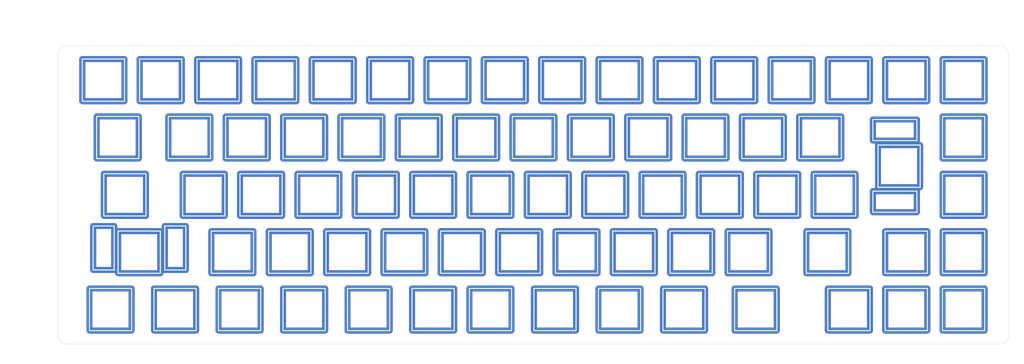
<source format=kicad_pcb>
(kicad_pcb (version 20171130) (host pcbnew "(5.1.5)-3")

  (general
    (thickness 1.6)
    (drawings 52)
    (tracks 0)
    (zones 0)
    (modules 89)
    (nets 1)
  )

  (page A3)
  (layers
    (0 F.Cu signal)
    (31 B.Cu signal)
    (32 B.Adhes user)
    (33 F.Adhes user)
    (34 B.Paste user)
    (35 F.Paste user)
    (36 B.SilkS user)
    (37 F.SilkS user)
    (38 B.Mask user)
    (39 F.Mask user)
    (40 Dwgs.User user)
    (41 Cmts.User user)
    (42 Eco1.User user)
    (43 Eco2.User user)
    (44 Edge.Cuts user)
    (45 Margin user)
    (46 B.CrtYd user)
    (47 F.CrtYd user)
    (48 B.Fab user)
    (49 F.Fab user)
  )

  (setup
    (last_trace_width 0.25)
    (user_trace_width 0.5)
    (user_trace_width 0.5)
    (trace_clearance 0.2)
    (zone_clearance 0.508)
    (zone_45_only no)
    (trace_min 0.2)
    (via_size 0.8)
    (via_drill 0.4)
    (via_min_size 0.4)
    (via_min_drill 0.3)
    (uvia_size 0.3)
    (uvia_drill 0.1)
    (uvias_allowed no)
    (uvia_min_size 0.2)
    (uvia_min_drill 0.1)
    (edge_width 0.1)
    (segment_width 0.2)
    (pcb_text_width 0.3)
    (pcb_text_size 1.5 1.5)
    (mod_edge_width 0.15)
    (mod_text_size 1 1)
    (mod_text_width 0.15)
    (pad_size 2.2 2.2)
    (pad_drill 2.2)
    (pad_to_mask_clearance 0)
    (solder_mask_min_width 0.25)
    (aux_axis_origin 0 0)
    (visible_elements 7FFFFFFF)
    (pcbplotparams
      (layerselection 0x21100_7ffffffe)
      (usegerberextensions true)
      (usegerberattributes false)
      (usegerberadvancedattributes false)
      (creategerberjobfile false)
      (excludeedgelayer true)
      (linewidth 0.100000)
      (plotframeref false)
      (viasonmask false)
      (mode 1)
      (useauxorigin false)
      (hpglpennumber 1)
      (hpglpenspeed 20)
      (hpglpendiameter 15.000000)
      (psnegative false)
      (psa4output false)
      (plotreference true)
      (plotvalue true)
      (plotinvisibletext false)
      (padsonsilk false)
      (subtractmaskfromsilk false)
      (outputformat 4)
      (mirror false)
      (drillshape 0)
      (scaleselection 1)
      (outputdirectory "C:/Users/サリチル酸/Desktop/"))
  )

  (net 0 "")

  (net_class Default "これはデフォルトのネット クラスです。"
    (clearance 0.2)
    (trace_width 0.25)
    (via_dia 0.8)
    (via_drill 0.4)
    (uvia_dia 0.3)
    (uvia_drill 0.1)
  )

  (module kbd_SW_Hole:SW_Hole_TH_1.25 (layer F.Cu) (tedit 60C76526) (tstamp 60A299D0)
    (at 221.45625 104.775)
    (path /5C6AB630)
    (fp_text reference SW5 (at 7 8.1) (layer F.SilkS) hide
      (effects (font (size 1 1) (thickness 0.15)))
    )
    (fp_text value SW_PUSH (at -7.4 -8.1) (layer F.Fab) hide
      (effects (font (size 1 1) (thickness 0.15)))
    )
    (fp_line (start 7.1 7.1) (end -7.1 7.1) (layer Edge.Cuts) (width 0.12))
    (fp_line (start -7.1 -7.1) (end 7.1 -7.1) (layer Edge.Cuts) (width 0.12))
    (fp_line (start -7.1 7.1) (end -7.1 -7.1) (layer Edge.Cuts) (width 0.12))
    (fp_line (start 7 7) (end -7 7) (layer Edge.Cuts) (width 0.12))
    (fp_line (start 7.1 -7.1) (end 7.1 7.1) (layer Edge.Cuts) (width 0.12))
    (fp_line (start 11.90625 9.525) (end 11.90625 -9.525) (layer F.Fab) (width 0.15))
    (fp_line (start -11.90625 9.525) (end 11.90625 9.525) (layer F.Fab) (width 0.15))
    (fp_line (start -11.90625 -9.525) (end -11.90625 9.525) (layer F.Fab) (width 0.15))
    (fp_line (start 11.90625 -9.525) (end -11.90625 -9.525) (layer F.Fab) (width 0.15))
    (pad 1 thru_hole oval (at 7 0) (size 2 15.9) (drill oval 0.3 14.2) (layers *.Cu *.Mask))
    (pad 1 thru_hole oval (at -7 0) (size 2 15.9) (drill oval 0.3 14.2) (layers *.Cu *.Mask))
    (pad 1 thru_hole oval (at 0 7 90) (size 2 15.9) (drill oval 0.3 14.2) (layers *.Cu *.Mask))
    (pad 1 thru_hole oval (at 0 -7 90) (size 2 15.9) (drill oval 0.3 14.2) (layers *.Cu *.Mask))
  )

  (module kbd_SW_Hole:SW_Hole_TH_2 (layer F.Cu) (tedit 60C76A71) (tstamp 60A297C8)
    (at 292.89375 57.15 270)
    (fp_text reference SW4 (at 7 8.1 90) (layer Edge.Cuts) hide
      (effects (font (size 1 1) (thickness 0.15)))
    )
    (fp_text value KEY_SWITCH (at -7.4 -8.1 90) (layer F.Fab) hide
      (effects (font (size 1 1) (thickness 0.15)))
    )
    (fp_line (start 19.05 9.525) (end 19.05 -9.525) (layer F.Fab) (width 0.15))
    (fp_line (start -19.05 9.525) (end 19.05 9.525) (layer F.Fab) (width 0.15))
    (fp_line (start -19.05 -9.525) (end -19.05 9.525) (layer F.Fab) (width 0.15))
    (fp_line (start 19.05 -9.525) (end -19.05 -9.525) (layer F.Fab) (width 0.15))
    (fp_line (start -7.1 7.1) (end -7.1 -7.1) (layer Edge.Cuts) (width 0.15))
    (fp_line (start 7.1 7.1) (end -7.1 7.1) (layer Edge.Cuts) (width 0.15))
    (fp_line (start 7.1 -7.1) (end 7.1 7.1) (layer Edge.Cuts) (width 0.15))
    (fp_line (start -7.1 -7.1) (end 7.1 -7.1) (layer Edge.Cuts) (width 0.15))
    (fp_line (start 8.4 -6) (end 8.4 8.8) (layer Edge.Cuts) (width 0.12))
    (fp_line (start 8.4 8.8) (end 15.4 8.8) (layer Edge.Cuts) (width 0.12))
    (fp_line (start 15.4 8.8) (end 15.4 -6) (layer Edge.Cuts) (width 0.12))
    (fp_line (start 15.4 -6) (end 8.4 -6) (layer Edge.Cuts) (width 0.12))
    (fp_line (start -8.4 -6) (end -8.4 8.8) (layer Edge.Cuts) (width 0.12))
    (fp_line (start -8.4 8.8) (end -15.4 8.8) (layer Edge.Cuts) (width 0.12))
    (fp_line (start -15.4 8.8) (end -15.4 -6) (layer Edge.Cuts) (width 0.12))
    (fp_line (start -15.4 -6) (end -8.4 -6) (layer Edge.Cuts) (width 0.12))
    (pad 1 thru_hole oval (at -15.5 1.4 270) (size 2 16.6) (drill oval 0.3 14.9) (layers *.Cu *.Mask))
    (pad 1 thru_hole oval (at -8.5 1.4 270) (size 2 16.6) (drill oval 0.3 14.9) (layers *.Cu *.Mask))
    (pad 1 thru_hole oval (at -12 -5.9) (size 2 8.8) (drill oval 0.3 7.2) (layers *.Cu *.Mask))
    (pad 1 thru_hole oval (at -12 8.7) (size 2 8.8) (drill oval 0.3 7.2) (layers *.Cu *.Mask))
    (pad 1 thru_hole oval (at 11.8 8.7) (size 2 8.8) (drill oval 0.3 7.2) (layers *.Cu *.Mask))
    (pad 1 thru_hole oval (at -7 0 270) (size 2 15.9) (drill oval 0.3 14.2) (layers *.Cu *.Mask))
    (pad 1 thru_hole oval (at 7 0 270) (size 2 15.9) (drill oval 0.3 14.2) (layers *.Cu *.Mask))
    (pad 1 thru_hole oval (at 0 -7) (size 2 15.9) (drill oval 0.3 14.2) (layers *.Cu *.Mask))
    (pad 1 thru_hole oval (at 0 7) (size 2 15.9) (drill oval 0.3 14.2) (layers *.Cu *.Mask))
    (pad 1 thru_hole oval (at 15.3 1.4 270) (size 2 16.6) (drill oval 0.3 14.9) (layers *.Cu *.Mask))
    (pad 1 thru_hole oval (at 8.3 1.4 270) (size 2 16.6) (drill oval 0.3 14.9) (layers *.Cu *.Mask))
    (pad 1 thru_hole oval (at 11.8 -5.9) (size 2 8.8) (drill oval 0.3 7.2) (layers *.Cu *.Mask))
  )

  (module kbd_SW_Hole:SW_Hole_TH_1.25 (layer F.Cu) (tedit 60C76526) (tstamp 60A299BA)
    (at 245.26875 104.775)
    (path /5C6AB630)
    (fp_text reference SW5 (at 7 8.1) (layer F.SilkS) hide
      (effects (font (size 1 1) (thickness 0.15)))
    )
    (fp_text value SW_PUSH (at -7.4 -8.1) (layer F.Fab) hide
      (effects (font (size 1 1) (thickness 0.15)))
    )
    (fp_line (start 7.1 7.1) (end -7.1 7.1) (layer Edge.Cuts) (width 0.12))
    (fp_line (start -7.1 -7.1) (end 7.1 -7.1) (layer Edge.Cuts) (width 0.12))
    (fp_line (start -7.1 7.1) (end -7.1 -7.1) (layer Edge.Cuts) (width 0.12))
    (fp_line (start 7 7) (end -7 7) (layer Edge.Cuts) (width 0.12))
    (fp_line (start 7.1 -7.1) (end 7.1 7.1) (layer Edge.Cuts) (width 0.12))
    (fp_line (start 11.90625 9.525) (end 11.90625 -9.525) (layer F.Fab) (width 0.15))
    (fp_line (start -11.90625 9.525) (end 11.90625 9.525) (layer F.Fab) (width 0.15))
    (fp_line (start -11.90625 -9.525) (end -11.90625 9.525) (layer F.Fab) (width 0.15))
    (fp_line (start 11.90625 -9.525) (end -11.90625 -9.525) (layer F.Fab) (width 0.15))
    (pad 1 thru_hole oval (at 7 0) (size 2 15.9) (drill oval 0.3 14.2) (layers *.Cu *.Mask))
    (pad 1 thru_hole oval (at -7 0) (size 2 15.9) (drill oval 0.3 14.2) (layers *.Cu *.Mask))
    (pad 1 thru_hole oval (at 0 7 90) (size 2 15.9) (drill oval 0.3 14.2) (layers *.Cu *.Mask))
    (pad 1 thru_hole oval (at 0 -7 90) (size 2 15.9) (drill oval 0.3 14.2) (layers *.Cu *.Mask))
  )

  (module kbd_SW_Hole:SW_Hole_TH_1.25 (layer F.Cu) (tedit 60C76526) (tstamp 60A299A4)
    (at 178.59375 104.775)
    (path /5C6AB630)
    (fp_text reference SW5 (at 7 8.1) (layer F.SilkS) hide
      (effects (font (size 1 1) (thickness 0.15)))
    )
    (fp_text value SW_PUSH (at -7.4 -8.1) (layer F.Fab) hide
      (effects (font (size 1 1) (thickness 0.15)))
    )
    (fp_line (start 7.1 7.1) (end -7.1 7.1) (layer Edge.Cuts) (width 0.12))
    (fp_line (start -7.1 -7.1) (end 7.1 -7.1) (layer Edge.Cuts) (width 0.12))
    (fp_line (start -7.1 7.1) (end -7.1 -7.1) (layer Edge.Cuts) (width 0.12))
    (fp_line (start 7 7) (end -7 7) (layer Edge.Cuts) (width 0.12))
    (fp_line (start 7.1 -7.1) (end 7.1 7.1) (layer Edge.Cuts) (width 0.12))
    (fp_line (start 11.90625 9.525) (end 11.90625 -9.525) (layer F.Fab) (width 0.15))
    (fp_line (start -11.90625 9.525) (end 11.90625 9.525) (layer F.Fab) (width 0.15))
    (fp_line (start -11.90625 -9.525) (end -11.90625 9.525) (layer F.Fab) (width 0.15))
    (fp_line (start 11.90625 -9.525) (end -11.90625 -9.525) (layer F.Fab) (width 0.15))
    (pad 1 thru_hole oval (at 7 0) (size 2 15.9) (drill oval 0.3 14.2) (layers *.Cu *.Mask))
    (pad 1 thru_hole oval (at -7 0) (size 2 15.9) (drill oval 0.3 14.2) (layers *.Cu *.Mask))
    (pad 1 thru_hole oval (at 0 7 90) (size 2 15.9) (drill oval 0.3 14.2) (layers *.Cu *.Mask))
    (pad 1 thru_hole oval (at 0 -7 90) (size 2 15.9) (drill oval 0.3 14.2) (layers *.Cu *.Mask))
  )

  (module kbd_SW_Hole:SW_Hole_TH_1.25 (layer F.Cu) (tedit 60C76526) (tstamp 60524BCB)
    (at 30.95625 104.775)
    (path /5CAAE83E)
    (fp_text reference SW7 (at 7 8.1) (layer F.SilkS) hide
      (effects (font (size 1 1) (thickness 0.15)))
    )
    (fp_text value SW_PUSH (at -7.4 -8.1) (layer F.Fab) hide
      (effects (font (size 1 1) (thickness 0.15)))
    )
    (fp_line (start 7.1 7.1) (end -7.1 7.1) (layer Edge.Cuts) (width 0.12))
    (fp_line (start -7.1 -7.1) (end 7.1 -7.1) (layer Edge.Cuts) (width 0.12))
    (fp_line (start -7.1 7.1) (end -7.1 -7.1) (layer Edge.Cuts) (width 0.12))
    (fp_line (start 7 7) (end -7 7) (layer Edge.Cuts) (width 0.12))
    (fp_line (start 7.1 -7.1) (end 7.1 7.1) (layer Edge.Cuts) (width 0.12))
    (fp_line (start 11.90625 9.525) (end 11.90625 -9.525) (layer F.Fab) (width 0.15))
    (fp_line (start -11.90625 9.525) (end 11.90625 9.525) (layer F.Fab) (width 0.15))
    (fp_line (start -11.90625 -9.525) (end -11.90625 9.525) (layer F.Fab) (width 0.15))
    (fp_line (start 11.90625 -9.525) (end -11.90625 -9.525) (layer F.Fab) (width 0.15))
    (pad 1 thru_hole oval (at 7 0) (size 2 15.9) (drill oval 0.3 14.2) (layers *.Cu *.Mask))
    (pad 1 thru_hole oval (at -7 0) (size 2 15.9) (drill oval 0.3 14.2) (layers *.Cu *.Mask))
    (pad 1 thru_hole oval (at 0 7 90) (size 2 15.9) (drill oval 0.3 14.2) (layers *.Cu *.Mask))
    (pad 1 thru_hole oval (at 0 -7 90) (size 2 15.9) (drill oval 0.3 14.2) (layers *.Cu *.Mask))
  )

  (module kbd_SW_Hole:SW_Hole_TH_1.25 (layer F.Cu) (tedit 60C76526) (tstamp 5CB90BF3)
    (at 73.81875 104.775)
    (path /5CAAE83E)
    (fp_text reference SW7 (at 7 8.1) (layer F.SilkS) hide
      (effects (font (size 1 1) (thickness 0.15)))
    )
    (fp_text value SW_PUSH (at -7.4 -8.1) (layer F.Fab) hide
      (effects (font (size 1 1) (thickness 0.15)))
    )
    (fp_line (start 7.1 7.1) (end -7.1 7.1) (layer Edge.Cuts) (width 0.12))
    (fp_line (start -7.1 -7.1) (end 7.1 -7.1) (layer Edge.Cuts) (width 0.12))
    (fp_line (start -7.1 7.1) (end -7.1 -7.1) (layer Edge.Cuts) (width 0.12))
    (fp_line (start 7 7) (end -7 7) (layer Edge.Cuts) (width 0.12))
    (fp_line (start 7.1 -7.1) (end 7.1 7.1) (layer Edge.Cuts) (width 0.12))
    (fp_line (start 11.90625 9.525) (end 11.90625 -9.525) (layer F.Fab) (width 0.15))
    (fp_line (start -11.90625 9.525) (end 11.90625 9.525) (layer F.Fab) (width 0.15))
    (fp_line (start -11.90625 -9.525) (end -11.90625 9.525) (layer F.Fab) (width 0.15))
    (fp_line (start 11.90625 -9.525) (end -11.90625 -9.525) (layer F.Fab) (width 0.15))
    (pad 1 thru_hole oval (at 7 0) (size 2 15.9) (drill oval 0.3 14.2) (layers *.Cu *.Mask))
    (pad 1 thru_hole oval (at -7 0) (size 2 15.9) (drill oval 0.3 14.2) (layers *.Cu *.Mask))
    (pad 1 thru_hole oval (at 0 7 90) (size 2 15.9) (drill oval 0.3 14.2) (layers *.Cu *.Mask))
    (pad 1 thru_hole oval (at 0 -7 90) (size 2 15.9) (drill oval 0.3 14.2) (layers *.Cu *.Mask))
  )

  (module kbd_SW_Hole:SW_Hole_TH_1.25 (layer F.Cu) (tedit 60C76526) (tstamp 5CB90C09)
    (at 116.68125 104.775)
    (path /5C6AB630)
    (fp_text reference SW5 (at 7 8.1) (layer F.SilkS) hide
      (effects (font (size 1 1) (thickness 0.15)))
    )
    (fp_text value SW_PUSH (at -7.4 -8.1) (layer F.Fab) hide
      (effects (font (size 1 1) (thickness 0.15)))
    )
    (fp_line (start 7.1 7.1) (end -7.1 7.1) (layer Edge.Cuts) (width 0.12))
    (fp_line (start -7.1 -7.1) (end 7.1 -7.1) (layer Edge.Cuts) (width 0.12))
    (fp_line (start -7.1 7.1) (end -7.1 -7.1) (layer Edge.Cuts) (width 0.12))
    (fp_line (start 7 7) (end -7 7) (layer Edge.Cuts) (width 0.12))
    (fp_line (start 7.1 -7.1) (end 7.1 7.1) (layer Edge.Cuts) (width 0.12))
    (fp_line (start 11.90625 9.525) (end 11.90625 -9.525) (layer F.Fab) (width 0.15))
    (fp_line (start -11.90625 9.525) (end 11.90625 9.525) (layer F.Fab) (width 0.15))
    (fp_line (start -11.90625 -9.525) (end -11.90625 9.525) (layer F.Fab) (width 0.15))
    (fp_line (start 11.90625 -9.525) (end -11.90625 -9.525) (layer F.Fab) (width 0.15))
    (pad 1 thru_hole oval (at 7 0) (size 2 15.9) (drill oval 0.3 14.2) (layers *.Cu *.Mask))
    (pad 1 thru_hole oval (at -7 0) (size 2 15.9) (drill oval 0.3 14.2) (layers *.Cu *.Mask))
    (pad 1 thru_hole oval (at 0 7 90) (size 2 15.9) (drill oval 0.3 14.2) (layers *.Cu *.Mask))
    (pad 1 thru_hole oval (at 0 -7 90) (size 2 15.9) (drill oval 0.3 14.2) (layers *.Cu *.Mask))
  )

  (module kbd_SW_Hole:SW_Hole_TH_2.25 (layer F.Cu) (tedit 60C76AB5) (tstamp 60A290EB)
    (at 40.48125 85.725 180)
    (fp_text reference SW4 (at 7 8.1) (layer Edge.Cuts) hide
      (effects (font (size 1 1) (thickness 0.15)))
    )
    (fp_text value KEY_SWITCH (at -7.4 -8.1) (layer F.Fab) hide
      (effects (font (size 1 1) (thickness 0.15)))
    )
    (fp_line (start 21.43125 9.525) (end 21.43125 -9.525) (layer F.Fab) (width 0.15))
    (fp_line (start -21.43125 9.525) (end 21.43125 9.525) (layer F.Fab) (width 0.15))
    (fp_line (start -21.43125 -9.525) (end -21.43125 9.525) (layer F.Fab) (width 0.15))
    (fp_line (start 21.43125 -9.525) (end -21.43125 -9.525) (layer F.Fab) (width 0.15))
    (fp_line (start -7.1 7.1) (end -7.1 -7.1) (layer Edge.Cuts) (width 0.15))
    (fp_line (start 7.1 7.1) (end -7.1 7.1) (layer Edge.Cuts) (width 0.15))
    (fp_line (start 7.1 -7.1) (end 7.1 7.1) (layer Edge.Cuts) (width 0.15))
    (fp_line (start -7.1 -7.1) (end 7.1 -7.1) (layer Edge.Cuts) (width 0.15))
    (fp_line (start 8.4 -6) (end 8.4 8.8) (layer Edge.Cuts) (width 0.12))
    (fp_line (start 8.4 8.8) (end 15.4 8.8) (layer Edge.Cuts) (width 0.12))
    (fp_line (start 15.4 8.8) (end 15.4 -6) (layer Edge.Cuts) (width 0.12))
    (fp_line (start 15.4 -6) (end 8.4 -6) (layer Edge.Cuts) (width 0.12))
    (fp_line (start -8.4 -6) (end -8.4 8.8) (layer Edge.Cuts) (width 0.12))
    (fp_line (start -8.4 8.8) (end -15.4 8.8) (layer Edge.Cuts) (width 0.12))
    (fp_line (start -15.4 8.8) (end -15.4 -6) (layer Edge.Cuts) (width 0.12))
    (fp_line (start -15.4 -6) (end -8.4 -6) (layer Edge.Cuts) (width 0.12))
    (pad 1 thru_hole oval (at -15.5 1.4 180) (size 2 16.6) (drill oval 0.3 14.9) (layers *.Cu *.Mask))
    (pad 1 thru_hole oval (at -8.5 1.4 180) (size 2 16.6) (drill oval 0.3 14.9) (layers *.Cu *.Mask))
    (pad 1 thru_hole oval (at -12 -5.9 270) (size 2 8.8) (drill oval 0.3 7.2) (layers *.Cu *.Mask))
    (pad 1 thru_hole oval (at -12 8.7 270) (size 2 8.8) (drill oval 0.3 7.2) (layers *.Cu *.Mask))
    (pad 1 thru_hole oval (at 11.8 8.7 270) (size 2 8.8) (drill oval 0.3 7.2) (layers *.Cu *.Mask))
    (pad 1 thru_hole oval (at -7 0 180) (size 2 15.9) (drill oval 0.3 14.2) (layers *.Cu *.Mask))
    (pad 1 thru_hole oval (at 7 0 180) (size 2 15.9) (drill oval 0.3 14.2) (layers *.Cu *.Mask))
    (pad 1 thru_hole oval (at 0 -7 270) (size 2 15.9) (drill oval 0.3 14.2) (layers *.Cu *.Mask))
    (pad 1 thru_hole oval (at 0 7 270) (size 2 15.9) (drill oval 0.3 14.2) (layers *.Cu *.Mask))
    (pad 1 thru_hole oval (at 15.3 1.4 180) (size 2 16.6) (drill oval 0.3 14.9) (layers *.Cu *.Mask))
    (pad 1 thru_hole oval (at 8.3 1.4 180) (size 2 16.6) (drill oval 0.3 14.9) (layers *.Cu *.Mask))
    (pad 1 thru_hole oval (at 11.8 -5.9 270) (size 2 8.8) (drill oval 0.3 7.2) (layers *.Cu *.Mask))
  )

  (module kbd_SW_Hole:SW_Hole_TH_1.75 (layer F.Cu) (tedit 60C7658E) (tstamp 60A296AC)
    (at 269.08125 85.725)
    (path /5C3DCEFA)
    (fp_text reference SW8 (at 7 8.1) (layer F.SilkS) hide
      (effects (font (size 1 1) (thickness 0.15)))
    )
    (fp_text value SW_PUSH (at -7.4 -8.1) (layer F.Fab) hide
      (effects (font (size 1 1) (thickness 0.15)))
    )
    (fp_line (start 7.1 7.1) (end -7.1 7.1) (layer Edge.Cuts) (width 0.12))
    (fp_line (start -7.1 -7.1) (end 7.1 -7.1) (layer Edge.Cuts) (width 0.12))
    (fp_line (start -7.1 7.1) (end -7.1 -7.1) (layer Edge.Cuts) (width 0.12))
    (fp_line (start 7 7) (end -7 7) (layer Edge.Cuts) (width 0.12))
    (fp_line (start 7.1 -7.1) (end 7.1 7.1) (layer Edge.Cuts) (width 0.12))
    (fp_line (start 16.66875 9.525) (end 16.66875 -9.525) (layer F.Fab) (width 0.15))
    (fp_line (start -16.66875 9.525) (end 16.66875 9.525) (layer F.Fab) (width 0.15))
    (fp_line (start -16.66875 -9.525) (end -16.66875 9.525) (layer F.Fab) (width 0.15))
    (fp_line (start 16.66875 -9.525) (end -16.66875 -9.525) (layer F.Fab) (width 0.15))
    (pad 1 thru_hole oval (at 7 0) (size 2 15.9) (drill oval 0.3 14.2) (layers *.Cu *.Mask))
    (pad 1 thru_hole oval (at -7 0) (size 2 15.9) (drill oval 0.3 14.2) (layers *.Cu *.Mask))
    (pad 1 thru_hole oval (at 0 7 90) (size 2 15.9) (drill oval 0.3 14.2) (layers *.Cu *.Mask))
    (pad 1 thru_hole oval (at 0 -7 90) (size 2 15.9) (drill oval 0.3 14.2) (layers *.Cu *.Mask))
  )

  (module kbd_SW_Hole:SW_Hole_TH_1.75 (layer F.Cu) (tedit 60C7658E) (tstamp 5CF70F1B)
    (at 35.71875 66.675)
    (path /5CAAE847)
    (fp_text reference SW3 (at 7 8.1) (layer Edge.Cuts) hide
      (effects (font (size 1 1) (thickness 0.15)))
    )
    (fp_text value SW_PUSH (at -7.4 -8.1) (layer F.Fab) hide
      (effects (font (size 1 1) (thickness 0.15)))
    )
    (fp_line (start 7.1 7.1) (end -7.1 7.1) (layer Edge.Cuts) (width 0.12))
    (fp_line (start -7.1 -7.1) (end 7.1 -7.1) (layer Edge.Cuts) (width 0.12))
    (fp_line (start -7.1 7.1) (end -7.1 -7.1) (layer Edge.Cuts) (width 0.12))
    (fp_line (start 7 7) (end -7 7) (layer Edge.Cuts) (width 0.12))
    (fp_line (start 7.1 -7.1) (end 7.1 7.1) (layer Edge.Cuts) (width 0.12))
    (fp_line (start 16.66875 9.525) (end 16.66875 -9.525) (layer F.Fab) (width 0.15))
    (fp_line (start -16.66875 9.525) (end 16.66875 9.525) (layer F.Fab) (width 0.15))
    (fp_line (start -16.66875 -9.525) (end -16.66875 9.525) (layer F.Fab) (width 0.15))
    (fp_line (start 16.66875 -9.525) (end -16.66875 -9.525) (layer F.Fab) (width 0.15))
    (pad 1 thru_hole oval (at 7 0) (size 2 15.9) (drill oval 0.3 14.2) (layers *.Cu *.Mask))
    (pad 1 thru_hole oval (at -7 0) (size 2 15.9) (drill oval 0.3 14.2) (layers *.Cu *.Mask))
    (pad 1 thru_hole oval (at 0 7 90) (size 2 15.9) (drill oval 0.3 14.2) (layers *.Cu *.Mask))
    (pad 1 thru_hole oval (at 0 -7 90) (size 2 15.9) (drill oval 0.3 14.2) (layers *.Cu *.Mask))
  )

  (module kbd_SW_Hole:SW_Hole_TH_1.5 (layer F.Cu) (tedit 60C7655C) (tstamp 60A28FB7)
    (at 33.3375 47.625)
    (fp_text reference SW2 (at 7 8.1) (layer F.SilkS) hide
      (effects (font (size 1 1) (thickness 0.15)))
    )
    (fp_text value KEY_SWITCH (at -7.4 -8.1) (layer F.Fab) hide
      (effects (font (size 1 1) (thickness 0.15)))
    )
    (fp_line (start 7.1 7.1) (end -7.1 7.1) (layer Edge.Cuts) (width 0.12))
    (fp_line (start -7.1 -7.1) (end 7.1 -7.1) (layer Edge.Cuts) (width 0.12))
    (fp_line (start -7.1 7.1) (end -7.1 -7.1) (layer Edge.Cuts) (width 0.12))
    (fp_line (start 7 7) (end -7 7) (layer Edge.Cuts) (width 0.12))
    (fp_line (start 7.1 -7.1) (end 7.1 7.1) (layer Edge.Cuts) (width 0.12))
    (fp_line (start 14.2875 9.525) (end 14.2875 -9.525) (layer F.Fab) (width 0.15))
    (fp_line (start -14.2875 9.525) (end 14.2875 9.525) (layer F.Fab) (width 0.15))
    (fp_line (start -14.2875 -9.525) (end -14.2875 9.525) (layer F.Fab) (width 0.15))
    (fp_line (start 14.2875 -9.525) (end -14.2875 -9.525) (layer F.Fab) (width 0.15))
    (pad 1 thru_hole oval (at 7 0) (size 2 15.9) (drill oval 0.3 14.2) (layers *.Cu *.Mask))
    (pad 1 thru_hole oval (at -7 0) (size 2 15.9) (drill oval 0.3 14.2) (layers *.Cu *.Mask))
    (pad 1 thru_hole oval (at 0 7 90) (size 2 15.9) (drill oval 0.3 14.2) (layers *.Cu *.Mask))
    (pad 1 thru_hole oval (at 0 -7 90) (size 2 15.9) (drill oval 0.3 14.2) (layers *.Cu *.Mask))
  )

  (module kbd_SW_Hole:SW_Hole_TH (layer F.Cu) (tedit 60C74003) (tstamp 60A299F2)
    (at 200.025 104.775)
    (path /5C3DCEFA)
    (fp_text reference SW8 (at 7 8.1) (layer F.SilkS) hide
      (effects (font (size 1 1) (thickness 0.15)))
    )
    (fp_text value SW_PUSH (at -7.4 -8.1) (layer F.Fab) hide
      (effects (font (size 1 1) (thickness 0.15)))
    )
    (fp_line (start 7.1 7.1) (end -7.1 7.1) (layer Edge.Cuts) (width 0.12))
    (fp_line (start -7.1 -7.1) (end 7.1 -7.1) (layer Edge.Cuts) (width 0.12))
    (fp_line (start -7.1 7.1) (end -7.1 -7.1) (layer Edge.Cuts) (width 0.12))
    (fp_line (start 7 7) (end -7 7) (layer Edge.Cuts) (width 0.12))
    (fp_line (start 7.1 -7.1) (end 7.1 7.1) (layer Edge.Cuts) (width 0.12))
    (fp_line (start 9.525 9.525) (end 9.525 -9.525) (layer F.Fab) (width 0.15))
    (fp_line (start -9.525 9.525) (end 9.525 9.525) (layer F.Fab) (width 0.15))
    (fp_line (start -9.525 -9.525) (end -9.525 9.525) (layer F.Fab) (width 0.15))
    (fp_line (start 9.525 -9.525) (end -9.525 -9.525) (layer F.Fab) (width 0.15))
    (pad 1 thru_hole oval (at 7 0) (size 2 15.9) (drill oval 0.3 14.2) (layers *.Cu *.Mask))
    (pad 1 thru_hole oval (at -7 0) (size 2 15.9) (drill oval 0.3 14.2) (layers *.Cu *.Mask))
    (pad 1 thru_hole oval (at 0 7 90) (size 2 15.9) (drill oval 0.3 14.2) (layers *.Cu *.Mask))
    (pad 1 thru_hole oval (at 0 -7 90) (size 2 15.9) (drill oval 0.3 14.2) (layers *.Cu *.Mask))
  )

  (module kbd_SW_Hole:SW_Hole_TH (layer F.Cu) (tedit 60C74003) (tstamp 60A29976)
    (at 138.1125 104.775)
    (path /5C3DCEFA)
    (fp_text reference SW8 (at 7 8.1) (layer F.SilkS) hide
      (effects (font (size 1 1) (thickness 0.15)))
    )
    (fp_text value SW_PUSH (at -7.4 -8.1) (layer F.Fab) hide
      (effects (font (size 1 1) (thickness 0.15)))
    )
    (fp_line (start 7.1 7.1) (end -7.1 7.1) (layer Edge.Cuts) (width 0.12))
    (fp_line (start -7.1 -7.1) (end 7.1 -7.1) (layer Edge.Cuts) (width 0.12))
    (fp_line (start -7.1 7.1) (end -7.1 -7.1) (layer Edge.Cuts) (width 0.12))
    (fp_line (start 7 7) (end -7 7) (layer Edge.Cuts) (width 0.12))
    (fp_line (start 7.1 -7.1) (end 7.1 7.1) (layer Edge.Cuts) (width 0.12))
    (fp_line (start 9.525 9.525) (end 9.525 -9.525) (layer F.Fab) (width 0.15))
    (fp_line (start -9.525 9.525) (end 9.525 9.525) (layer F.Fab) (width 0.15))
    (fp_line (start -9.525 -9.525) (end -9.525 9.525) (layer F.Fab) (width 0.15))
    (fp_line (start 9.525 -9.525) (end -9.525 -9.525) (layer F.Fab) (width 0.15))
    (pad 1 thru_hole oval (at 7 0) (size 2 15.9) (drill oval 0.3 14.2) (layers *.Cu *.Mask))
    (pad 1 thru_hole oval (at -7 0) (size 2 15.9) (drill oval 0.3 14.2) (layers *.Cu *.Mask))
    (pad 1 thru_hole oval (at 0 7 90) (size 2 15.9) (drill oval 0.3 14.2) (layers *.Cu *.Mask))
    (pad 1 thru_hole oval (at 0 -7 90) (size 2 15.9) (drill oval 0.3 14.2) (layers *.Cu *.Mask))
  )

  (module kbd_SW_Hole:SW_Hole_TH (layer F.Cu) (tedit 60C74003) (tstamp 60A2996B)
    (at 157.1625 104.775)
    (path /5C3DCEFA)
    (fp_text reference SW8 (at 7 8.1) (layer F.SilkS) hide
      (effects (font (size 1 1) (thickness 0.15)))
    )
    (fp_text value SW_PUSH (at -7.4 -8.1) (layer F.Fab) hide
      (effects (font (size 1 1) (thickness 0.15)))
    )
    (fp_line (start 7.1 7.1) (end -7.1 7.1) (layer Edge.Cuts) (width 0.12))
    (fp_line (start -7.1 -7.1) (end 7.1 -7.1) (layer Edge.Cuts) (width 0.12))
    (fp_line (start -7.1 7.1) (end -7.1 -7.1) (layer Edge.Cuts) (width 0.12))
    (fp_line (start 7 7) (end -7 7) (layer Edge.Cuts) (width 0.12))
    (fp_line (start 7.1 -7.1) (end 7.1 7.1) (layer Edge.Cuts) (width 0.12))
    (fp_line (start 9.525 9.525) (end 9.525 -9.525) (layer F.Fab) (width 0.15))
    (fp_line (start -9.525 9.525) (end 9.525 9.525) (layer F.Fab) (width 0.15))
    (fp_line (start -9.525 -9.525) (end -9.525 9.525) (layer F.Fab) (width 0.15))
    (fp_line (start 9.525 -9.525) (end -9.525 -9.525) (layer F.Fab) (width 0.15))
    (pad 1 thru_hole oval (at 7 0) (size 2 15.9) (drill oval 0.3 14.2) (layers *.Cu *.Mask))
    (pad 1 thru_hole oval (at -7 0) (size 2 15.9) (drill oval 0.3 14.2) (layers *.Cu *.Mask))
    (pad 1 thru_hole oval (at 0 7 90) (size 2 15.9) (drill oval 0.3 14.2) (layers *.Cu *.Mask))
    (pad 1 thru_hole oval (at 0 -7 90) (size 2 15.9) (drill oval 0.3 14.2) (layers *.Cu *.Mask))
  )

  (module kbd_SW_Hole:SW_Hole_TH (layer F.Cu) (tedit 60C74003) (tstamp 60A2993F)
    (at 295.275 104.775)
    (path /5C3DCEFA)
    (fp_text reference SW8 (at 7 8.1) (layer F.SilkS) hide
      (effects (font (size 1 1) (thickness 0.15)))
    )
    (fp_text value SW_PUSH (at -7.4 -8.1) (layer F.Fab) hide
      (effects (font (size 1 1) (thickness 0.15)))
    )
    (fp_line (start 7.1 7.1) (end -7.1 7.1) (layer Edge.Cuts) (width 0.12))
    (fp_line (start -7.1 -7.1) (end 7.1 -7.1) (layer Edge.Cuts) (width 0.12))
    (fp_line (start -7.1 7.1) (end -7.1 -7.1) (layer Edge.Cuts) (width 0.12))
    (fp_line (start 7 7) (end -7 7) (layer Edge.Cuts) (width 0.12))
    (fp_line (start 7.1 -7.1) (end 7.1 7.1) (layer Edge.Cuts) (width 0.12))
    (fp_line (start 9.525 9.525) (end 9.525 -9.525) (layer F.Fab) (width 0.15))
    (fp_line (start -9.525 9.525) (end 9.525 9.525) (layer F.Fab) (width 0.15))
    (fp_line (start -9.525 -9.525) (end -9.525 9.525) (layer F.Fab) (width 0.15))
    (fp_line (start 9.525 -9.525) (end -9.525 -9.525) (layer F.Fab) (width 0.15))
    (pad 1 thru_hole oval (at 7 0) (size 2 15.9) (drill oval 0.3 14.2) (layers *.Cu *.Mask))
    (pad 1 thru_hole oval (at -7 0) (size 2 15.9) (drill oval 0.3 14.2) (layers *.Cu *.Mask))
    (pad 1 thru_hole oval (at 0 7 90) (size 2 15.9) (drill oval 0.3 14.2) (layers *.Cu *.Mask))
    (pad 1 thru_hole oval (at 0 -7 90) (size 2 15.9) (drill oval 0.3 14.2) (layers *.Cu *.Mask))
  )

  (module kbd_SW_Hole:SW_Hole_TH (layer F.Cu) (tedit 60C74003) (tstamp 60A29934)
    (at 314.325 104.775)
    (path /5C3DCEFA)
    (fp_text reference SW8 (at 7 8.1) (layer F.SilkS) hide
      (effects (font (size 1 1) (thickness 0.15)))
    )
    (fp_text value SW_PUSH (at -7.4 -8.1) (layer F.Fab) hide
      (effects (font (size 1 1) (thickness 0.15)))
    )
    (fp_line (start 7.1 7.1) (end -7.1 7.1) (layer Edge.Cuts) (width 0.12))
    (fp_line (start -7.1 -7.1) (end 7.1 -7.1) (layer Edge.Cuts) (width 0.12))
    (fp_line (start -7.1 7.1) (end -7.1 -7.1) (layer Edge.Cuts) (width 0.12))
    (fp_line (start 7 7) (end -7 7) (layer Edge.Cuts) (width 0.12))
    (fp_line (start 7.1 -7.1) (end 7.1 7.1) (layer Edge.Cuts) (width 0.12))
    (fp_line (start 9.525 9.525) (end 9.525 -9.525) (layer F.Fab) (width 0.15))
    (fp_line (start -9.525 9.525) (end 9.525 9.525) (layer F.Fab) (width 0.15))
    (fp_line (start -9.525 -9.525) (end -9.525 9.525) (layer F.Fab) (width 0.15))
    (fp_line (start 9.525 -9.525) (end -9.525 -9.525) (layer F.Fab) (width 0.15))
    (pad 1 thru_hole oval (at 7 0) (size 2 15.9) (drill oval 0.3 14.2) (layers *.Cu *.Mask))
    (pad 1 thru_hole oval (at -7 0) (size 2 15.9) (drill oval 0.3 14.2) (layers *.Cu *.Mask))
    (pad 1 thru_hole oval (at 0 7 90) (size 2 15.9) (drill oval 0.3 14.2) (layers *.Cu *.Mask))
    (pad 1 thru_hole oval (at 0 -7 90) (size 2 15.9) (drill oval 0.3 14.2) (layers *.Cu *.Mask))
  )

  (module kbd_SW_Hole:SW_Hole_TH (layer F.Cu) (tedit 60C74003) (tstamp 60A29929)
    (at 276.225 104.775)
    (path /5C3DCEFA)
    (fp_text reference SW8 (at 7 8.1) (layer F.SilkS) hide
      (effects (font (size 1 1) (thickness 0.15)))
    )
    (fp_text value SW_PUSH (at -7.4 -8.1) (layer F.Fab) hide
      (effects (font (size 1 1) (thickness 0.15)))
    )
    (fp_line (start 7.1 7.1) (end -7.1 7.1) (layer Edge.Cuts) (width 0.12))
    (fp_line (start -7.1 -7.1) (end 7.1 -7.1) (layer Edge.Cuts) (width 0.12))
    (fp_line (start -7.1 7.1) (end -7.1 -7.1) (layer Edge.Cuts) (width 0.12))
    (fp_line (start 7 7) (end -7 7) (layer Edge.Cuts) (width 0.12))
    (fp_line (start 7.1 -7.1) (end 7.1 7.1) (layer Edge.Cuts) (width 0.12))
    (fp_line (start 9.525 9.525) (end 9.525 -9.525) (layer F.Fab) (width 0.15))
    (fp_line (start -9.525 9.525) (end 9.525 9.525) (layer F.Fab) (width 0.15))
    (fp_line (start -9.525 -9.525) (end -9.525 9.525) (layer F.Fab) (width 0.15))
    (fp_line (start 9.525 -9.525) (end -9.525 -9.525) (layer F.Fab) (width 0.15))
    (pad 1 thru_hole oval (at 7 0) (size 2 15.9) (drill oval 0.3 14.2) (layers *.Cu *.Mask))
    (pad 1 thru_hole oval (at -7 0) (size 2 15.9) (drill oval 0.3 14.2) (layers *.Cu *.Mask))
    (pad 1 thru_hole oval (at 0 7 90) (size 2 15.9) (drill oval 0.3 14.2) (layers *.Cu *.Mask))
    (pad 1 thru_hole oval (at 0 -7 90) (size 2 15.9) (drill oval 0.3 14.2) (layers *.Cu *.Mask))
  )

  (module kbd_SW_Hole:SW_Hole_TH (layer F.Cu) (tedit 60C74003) (tstamp 60A298E0)
    (at 276.225 28.575)
    (path /5C3DCE96)
    (fp_text reference SW4 (at 7 8.1) (layer F.SilkS) hide
      (effects (font (size 1 1) (thickness 0.15)))
    )
    (fp_text value SW_PUSH (at -7.4 -8.1) (layer F.Fab) hide
      (effects (font (size 1 1) (thickness 0.15)))
    )
    (fp_line (start 7.1 7.1) (end -7.1 7.1) (layer Edge.Cuts) (width 0.12))
    (fp_line (start -7.1 -7.1) (end 7.1 -7.1) (layer Edge.Cuts) (width 0.12))
    (fp_line (start -7.1 7.1) (end -7.1 -7.1) (layer Edge.Cuts) (width 0.12))
    (fp_line (start 7 7) (end -7 7) (layer Edge.Cuts) (width 0.12))
    (fp_line (start 7.1 -7.1) (end 7.1 7.1) (layer Edge.Cuts) (width 0.12))
    (fp_line (start 9.525 9.525) (end 9.525 -9.525) (layer F.Fab) (width 0.15))
    (fp_line (start -9.525 9.525) (end 9.525 9.525) (layer F.Fab) (width 0.15))
    (fp_line (start -9.525 -9.525) (end -9.525 9.525) (layer F.Fab) (width 0.15))
    (fp_line (start 9.525 -9.525) (end -9.525 -9.525) (layer F.Fab) (width 0.15))
    (pad 1 thru_hole oval (at 7 0) (size 2 15.9) (drill oval 0.3 14.2) (layers *.Cu *.Mask))
    (pad 1 thru_hole oval (at -7 0) (size 2 15.9) (drill oval 0.3 14.2) (layers *.Cu *.Mask))
    (pad 1 thru_hole oval (at 0 7 90) (size 2 15.9) (drill oval 0.3 14.2) (layers *.Cu *.Mask))
    (pad 1 thru_hole oval (at 0 -7 90) (size 2 15.9) (drill oval 0.3 14.2) (layers *.Cu *.Mask))
  )

  (module kbd_SW_Hole:SW_Hole_TH (layer F.Cu) (tedit 60C74003) (tstamp 60A298D5)
    (at 295.275 28.575)
    (path /5C3DCE96)
    (fp_text reference SW4 (at 7 8.1) (layer F.SilkS) hide
      (effects (font (size 1 1) (thickness 0.15)))
    )
    (fp_text value SW_PUSH (at -7.4 -8.1) (layer F.Fab) hide
      (effects (font (size 1 1) (thickness 0.15)))
    )
    (fp_line (start 7.1 7.1) (end -7.1 7.1) (layer Edge.Cuts) (width 0.12))
    (fp_line (start -7.1 -7.1) (end 7.1 -7.1) (layer Edge.Cuts) (width 0.12))
    (fp_line (start -7.1 7.1) (end -7.1 -7.1) (layer Edge.Cuts) (width 0.12))
    (fp_line (start 7 7) (end -7 7) (layer Edge.Cuts) (width 0.12))
    (fp_line (start 7.1 -7.1) (end 7.1 7.1) (layer Edge.Cuts) (width 0.12))
    (fp_line (start 9.525 9.525) (end 9.525 -9.525) (layer F.Fab) (width 0.15))
    (fp_line (start -9.525 9.525) (end 9.525 9.525) (layer F.Fab) (width 0.15))
    (fp_line (start -9.525 -9.525) (end -9.525 9.525) (layer F.Fab) (width 0.15))
    (fp_line (start 9.525 -9.525) (end -9.525 -9.525) (layer F.Fab) (width 0.15))
    (pad 1 thru_hole oval (at 7 0) (size 2 15.9) (drill oval 0.3 14.2) (layers *.Cu *.Mask))
    (pad 1 thru_hole oval (at -7 0) (size 2 15.9) (drill oval 0.3 14.2) (layers *.Cu *.Mask))
    (pad 1 thru_hole oval (at 0 7 90) (size 2 15.9) (drill oval 0.3 14.2) (layers *.Cu *.Mask))
    (pad 1 thru_hole oval (at 0 -7 90) (size 2 15.9) (drill oval 0.3 14.2) (layers *.Cu *.Mask))
  )

  (module kbd_SW_Hole:SW_Hole_TH (layer F.Cu) (tedit 60C74003) (tstamp 60A29840)
    (at 314.325 66.675)
    (path /5C3DCE96)
    (fp_text reference SW4 (at 7 8.1) (layer F.SilkS) hide
      (effects (font (size 1 1) (thickness 0.15)))
    )
    (fp_text value SW_PUSH (at -7.4 -8.1) (layer F.Fab) hide
      (effects (font (size 1 1) (thickness 0.15)))
    )
    (fp_line (start 7.1 7.1) (end -7.1 7.1) (layer Edge.Cuts) (width 0.12))
    (fp_line (start -7.1 -7.1) (end 7.1 -7.1) (layer Edge.Cuts) (width 0.12))
    (fp_line (start -7.1 7.1) (end -7.1 -7.1) (layer Edge.Cuts) (width 0.12))
    (fp_line (start 7 7) (end -7 7) (layer Edge.Cuts) (width 0.12))
    (fp_line (start 7.1 -7.1) (end 7.1 7.1) (layer Edge.Cuts) (width 0.12))
    (fp_line (start 9.525 9.525) (end 9.525 -9.525) (layer F.Fab) (width 0.15))
    (fp_line (start -9.525 9.525) (end 9.525 9.525) (layer F.Fab) (width 0.15))
    (fp_line (start -9.525 -9.525) (end -9.525 9.525) (layer F.Fab) (width 0.15))
    (fp_line (start 9.525 -9.525) (end -9.525 -9.525) (layer F.Fab) (width 0.15))
    (pad 1 thru_hole oval (at 7 0) (size 2 15.9) (drill oval 0.3 14.2) (layers *.Cu *.Mask))
    (pad 1 thru_hole oval (at -7 0) (size 2 15.9) (drill oval 0.3 14.2) (layers *.Cu *.Mask))
    (pad 1 thru_hole oval (at 0 7 90) (size 2 15.9) (drill oval 0.3 14.2) (layers *.Cu *.Mask))
    (pad 1 thru_hole oval (at 0 -7 90) (size 2 15.9) (drill oval 0.3 14.2) (layers *.Cu *.Mask))
  )

  (module kbd_SW_Hole:SW_Hole_TH (layer F.Cu) (tedit 60C74003) (tstamp 60A29835)
    (at 314.325 47.625)
    (path /5C3DCEFA)
    (fp_text reference SW8 (at 7 8.1) (layer F.SilkS) hide
      (effects (font (size 1 1) (thickness 0.15)))
    )
    (fp_text value SW_PUSH (at -7.4 -8.1) (layer F.Fab) hide
      (effects (font (size 1 1) (thickness 0.15)))
    )
    (fp_line (start 7.1 7.1) (end -7.1 7.1) (layer Edge.Cuts) (width 0.12))
    (fp_line (start -7.1 -7.1) (end 7.1 -7.1) (layer Edge.Cuts) (width 0.12))
    (fp_line (start -7.1 7.1) (end -7.1 -7.1) (layer Edge.Cuts) (width 0.12))
    (fp_line (start 7 7) (end -7 7) (layer Edge.Cuts) (width 0.12))
    (fp_line (start 7.1 -7.1) (end 7.1 7.1) (layer Edge.Cuts) (width 0.12))
    (fp_line (start 9.525 9.525) (end 9.525 -9.525) (layer F.Fab) (width 0.15))
    (fp_line (start -9.525 9.525) (end 9.525 9.525) (layer F.Fab) (width 0.15))
    (fp_line (start -9.525 -9.525) (end -9.525 9.525) (layer F.Fab) (width 0.15))
    (fp_line (start 9.525 -9.525) (end -9.525 -9.525) (layer F.Fab) (width 0.15))
    (pad 1 thru_hole oval (at 7 0) (size 2 15.9) (drill oval 0.3 14.2) (layers *.Cu *.Mask))
    (pad 1 thru_hole oval (at -7 0) (size 2 15.9) (drill oval 0.3 14.2) (layers *.Cu *.Mask))
    (pad 1 thru_hole oval (at 0 7 90) (size 2 15.9) (drill oval 0.3 14.2) (layers *.Cu *.Mask))
    (pad 1 thru_hole oval (at 0 -7 90) (size 2 15.9) (drill oval 0.3 14.2) (layers *.Cu *.Mask))
  )

  (module kbd_SW_Hole:SW_Hole_TH (layer F.Cu) (tedit 60C74003) (tstamp 60A2982A)
    (at 314.325 28.575)
    (path /5C3DCE96)
    (fp_text reference SW4 (at 7 8.1) (layer F.SilkS) hide
      (effects (font (size 1 1) (thickness 0.15)))
    )
    (fp_text value SW_PUSH (at -7.4 -8.1) (layer F.Fab) hide
      (effects (font (size 1 1) (thickness 0.15)))
    )
    (fp_line (start 7.1 7.1) (end -7.1 7.1) (layer Edge.Cuts) (width 0.12))
    (fp_line (start -7.1 -7.1) (end 7.1 -7.1) (layer Edge.Cuts) (width 0.12))
    (fp_line (start -7.1 7.1) (end -7.1 -7.1) (layer Edge.Cuts) (width 0.12))
    (fp_line (start 7 7) (end -7 7) (layer Edge.Cuts) (width 0.12))
    (fp_line (start 7.1 -7.1) (end 7.1 7.1) (layer Edge.Cuts) (width 0.12))
    (fp_line (start 9.525 9.525) (end 9.525 -9.525) (layer F.Fab) (width 0.15))
    (fp_line (start -9.525 9.525) (end 9.525 9.525) (layer F.Fab) (width 0.15))
    (fp_line (start -9.525 -9.525) (end -9.525 9.525) (layer F.Fab) (width 0.15))
    (fp_line (start 9.525 -9.525) (end -9.525 -9.525) (layer F.Fab) (width 0.15))
    (pad 1 thru_hole oval (at 7 0) (size 2 15.9) (drill oval 0.3 14.2) (layers *.Cu *.Mask))
    (pad 1 thru_hole oval (at -7 0) (size 2 15.9) (drill oval 0.3 14.2) (layers *.Cu *.Mask))
    (pad 1 thru_hole oval (at 0 7 90) (size 2 15.9) (drill oval 0.3 14.2) (layers *.Cu *.Mask))
    (pad 1 thru_hole oval (at 0 -7 90) (size 2 15.9) (drill oval 0.3 14.2) (layers *.Cu *.Mask))
  )

  (module kbd_SW_Hole:SW_Hole_TH (layer F.Cu) (tedit 60C74003) (tstamp 60A2981F)
    (at 314.325 85.725)
    (path /5C3DCEFA)
    (fp_text reference SW8 (at 7 8.1) (layer F.SilkS) hide
      (effects (font (size 1 1) (thickness 0.15)))
    )
    (fp_text value SW_PUSH (at -7.4 -8.1) (layer F.Fab) hide
      (effects (font (size 1 1) (thickness 0.15)))
    )
    (fp_line (start 7.1 7.1) (end -7.1 7.1) (layer Edge.Cuts) (width 0.12))
    (fp_line (start -7.1 -7.1) (end 7.1 -7.1) (layer Edge.Cuts) (width 0.12))
    (fp_line (start -7.1 7.1) (end -7.1 -7.1) (layer Edge.Cuts) (width 0.12))
    (fp_line (start 7 7) (end -7 7) (layer Edge.Cuts) (width 0.12))
    (fp_line (start 7.1 -7.1) (end 7.1 7.1) (layer Edge.Cuts) (width 0.12))
    (fp_line (start 9.525 9.525) (end 9.525 -9.525) (layer F.Fab) (width 0.15))
    (fp_line (start -9.525 9.525) (end 9.525 9.525) (layer F.Fab) (width 0.15))
    (fp_line (start -9.525 -9.525) (end -9.525 9.525) (layer F.Fab) (width 0.15))
    (fp_line (start 9.525 -9.525) (end -9.525 -9.525) (layer F.Fab) (width 0.15))
    (pad 1 thru_hole oval (at 7 0) (size 2 15.9) (drill oval 0.3 14.2) (layers *.Cu *.Mask))
    (pad 1 thru_hole oval (at -7 0) (size 2 15.9) (drill oval 0.3 14.2) (layers *.Cu *.Mask))
    (pad 1 thru_hole oval (at 0 7 90) (size 2 15.9) (drill oval 0.3 14.2) (layers *.Cu *.Mask))
    (pad 1 thru_hole oval (at 0 -7 90) (size 2 15.9) (drill oval 0.3 14.2) (layers *.Cu *.Mask))
  )

  (module kbd_SW_Hole:SW_Hole_TH (layer F.Cu) (tedit 60C74003) (tstamp 60A29725)
    (at 266.7 47.625)
    (path /5C3DCEFA)
    (fp_text reference SW8 (at 7 8.1) (layer F.SilkS) hide
      (effects (font (size 1 1) (thickness 0.15)))
    )
    (fp_text value SW_PUSH (at -7.4 -8.1) (layer F.Fab) hide
      (effects (font (size 1 1) (thickness 0.15)))
    )
    (fp_line (start 7.1 7.1) (end -7.1 7.1) (layer Edge.Cuts) (width 0.12))
    (fp_line (start -7.1 -7.1) (end 7.1 -7.1) (layer Edge.Cuts) (width 0.12))
    (fp_line (start -7.1 7.1) (end -7.1 -7.1) (layer Edge.Cuts) (width 0.12))
    (fp_line (start 7 7) (end -7 7) (layer Edge.Cuts) (width 0.12))
    (fp_line (start 7.1 -7.1) (end 7.1 7.1) (layer Edge.Cuts) (width 0.12))
    (fp_line (start 9.525 9.525) (end 9.525 -9.525) (layer F.Fab) (width 0.15))
    (fp_line (start -9.525 9.525) (end 9.525 9.525) (layer F.Fab) (width 0.15))
    (fp_line (start -9.525 -9.525) (end -9.525 9.525) (layer F.Fab) (width 0.15))
    (fp_line (start 9.525 -9.525) (end -9.525 -9.525) (layer F.Fab) (width 0.15))
    (pad 1 thru_hole oval (at 7 0) (size 2 15.9) (drill oval 0.3 14.2) (layers *.Cu *.Mask))
    (pad 1 thru_hole oval (at -7 0) (size 2 15.9) (drill oval 0.3 14.2) (layers *.Cu *.Mask))
    (pad 1 thru_hole oval (at 0 7 90) (size 2 15.9) (drill oval 0.3 14.2) (layers *.Cu *.Mask))
    (pad 1 thru_hole oval (at 0 -7 90) (size 2 15.9) (drill oval 0.3 14.2) (layers *.Cu *.Mask))
  )

  (module kbd_SW_Hole:SW_Hole_TH (layer F.Cu) (tedit 60C74003) (tstamp 60A2971A)
    (at 252.4125 66.675)
    (path /5C3DCE96)
    (fp_text reference SW4 (at 7 8.1) (layer F.SilkS) hide
      (effects (font (size 1 1) (thickness 0.15)))
    )
    (fp_text value SW_PUSH (at -7.4 -8.1) (layer F.Fab) hide
      (effects (font (size 1 1) (thickness 0.15)))
    )
    (fp_line (start 7.1 7.1) (end -7.1 7.1) (layer Edge.Cuts) (width 0.12))
    (fp_line (start -7.1 -7.1) (end 7.1 -7.1) (layer Edge.Cuts) (width 0.12))
    (fp_line (start -7.1 7.1) (end -7.1 -7.1) (layer Edge.Cuts) (width 0.12))
    (fp_line (start 7 7) (end -7 7) (layer Edge.Cuts) (width 0.12))
    (fp_line (start 7.1 -7.1) (end 7.1 7.1) (layer Edge.Cuts) (width 0.12))
    (fp_line (start 9.525 9.525) (end 9.525 -9.525) (layer F.Fab) (width 0.15))
    (fp_line (start -9.525 9.525) (end 9.525 9.525) (layer F.Fab) (width 0.15))
    (fp_line (start -9.525 -9.525) (end -9.525 9.525) (layer F.Fab) (width 0.15))
    (fp_line (start 9.525 -9.525) (end -9.525 -9.525) (layer F.Fab) (width 0.15))
    (pad 1 thru_hole oval (at 7 0) (size 2 15.9) (drill oval 0.3 14.2) (layers *.Cu *.Mask))
    (pad 1 thru_hole oval (at -7 0) (size 2 15.9) (drill oval 0.3 14.2) (layers *.Cu *.Mask))
    (pad 1 thru_hole oval (at 0 7 90) (size 2 15.9) (drill oval 0.3 14.2) (layers *.Cu *.Mask))
    (pad 1 thru_hole oval (at 0 -7 90) (size 2 15.9) (drill oval 0.3 14.2) (layers *.Cu *.Mask))
  )

  (module kbd_SW_Hole:SW_Hole_TH (layer F.Cu) (tedit 60C74003) (tstamp 60A2970F)
    (at 219.075 28.575)
    (path /5C3DCE96)
    (fp_text reference SW4 (at 7 8.1) (layer F.SilkS) hide
      (effects (font (size 1 1) (thickness 0.15)))
    )
    (fp_text value SW_PUSH (at -7.4 -8.1) (layer F.Fab) hide
      (effects (font (size 1 1) (thickness 0.15)))
    )
    (fp_line (start 7.1 7.1) (end -7.1 7.1) (layer Edge.Cuts) (width 0.12))
    (fp_line (start -7.1 -7.1) (end 7.1 -7.1) (layer Edge.Cuts) (width 0.12))
    (fp_line (start -7.1 7.1) (end -7.1 -7.1) (layer Edge.Cuts) (width 0.12))
    (fp_line (start 7 7) (end -7 7) (layer Edge.Cuts) (width 0.12))
    (fp_line (start 7.1 -7.1) (end 7.1 7.1) (layer Edge.Cuts) (width 0.12))
    (fp_line (start 9.525 9.525) (end 9.525 -9.525) (layer F.Fab) (width 0.15))
    (fp_line (start -9.525 9.525) (end 9.525 9.525) (layer F.Fab) (width 0.15))
    (fp_line (start -9.525 -9.525) (end -9.525 9.525) (layer F.Fab) (width 0.15))
    (fp_line (start 9.525 -9.525) (end -9.525 -9.525) (layer F.Fab) (width 0.15))
    (pad 1 thru_hole oval (at 7 0) (size 2 15.9) (drill oval 0.3 14.2) (layers *.Cu *.Mask))
    (pad 1 thru_hole oval (at -7 0) (size 2 15.9) (drill oval 0.3 14.2) (layers *.Cu *.Mask))
    (pad 1 thru_hole oval (at 0 7 90) (size 2 15.9) (drill oval 0.3 14.2) (layers *.Cu *.Mask))
    (pad 1 thru_hole oval (at 0 -7 90) (size 2 15.9) (drill oval 0.3 14.2) (layers *.Cu *.Mask))
  )

  (module kbd_SW_Hole:SW_Hole_TH (layer F.Cu) (tedit 60C74003) (tstamp 60A29704)
    (at 257.175 28.575)
    (path /5C3DCE96)
    (fp_text reference SW4 (at 7 8.1) (layer F.SilkS) hide
      (effects (font (size 1 1) (thickness 0.15)))
    )
    (fp_text value SW_PUSH (at -7.4 -8.1) (layer F.Fab) hide
      (effects (font (size 1 1) (thickness 0.15)))
    )
    (fp_line (start 7.1 7.1) (end -7.1 7.1) (layer Edge.Cuts) (width 0.12))
    (fp_line (start -7.1 -7.1) (end 7.1 -7.1) (layer Edge.Cuts) (width 0.12))
    (fp_line (start -7.1 7.1) (end -7.1 -7.1) (layer Edge.Cuts) (width 0.12))
    (fp_line (start 7 7) (end -7 7) (layer Edge.Cuts) (width 0.12))
    (fp_line (start 7.1 -7.1) (end 7.1 7.1) (layer Edge.Cuts) (width 0.12))
    (fp_line (start 9.525 9.525) (end 9.525 -9.525) (layer F.Fab) (width 0.15))
    (fp_line (start -9.525 9.525) (end 9.525 9.525) (layer F.Fab) (width 0.15))
    (fp_line (start -9.525 -9.525) (end -9.525 9.525) (layer F.Fab) (width 0.15))
    (fp_line (start 9.525 -9.525) (end -9.525 -9.525) (layer F.Fab) (width 0.15))
    (pad 1 thru_hole oval (at 7 0) (size 2 15.9) (drill oval 0.3 14.2) (layers *.Cu *.Mask))
    (pad 1 thru_hole oval (at -7 0) (size 2 15.9) (drill oval 0.3 14.2) (layers *.Cu *.Mask))
    (pad 1 thru_hole oval (at 0 7 90) (size 2 15.9) (drill oval 0.3 14.2) (layers *.Cu *.Mask))
    (pad 1 thru_hole oval (at 0 -7 90) (size 2 15.9) (drill oval 0.3 14.2) (layers *.Cu *.Mask))
  )

  (module kbd_SW_Hole:SW_Hole_TH (layer F.Cu) (tedit 60C74003) (tstamp 60A296F9)
    (at 247.65 47.625)
    (path /5C3DCEFA)
    (fp_text reference SW8 (at 7 8.1) (layer F.SilkS) hide
      (effects (font (size 1 1) (thickness 0.15)))
    )
    (fp_text value SW_PUSH (at -7.4 -8.1) (layer F.Fab) hide
      (effects (font (size 1 1) (thickness 0.15)))
    )
    (fp_line (start 7.1 7.1) (end -7.1 7.1) (layer Edge.Cuts) (width 0.12))
    (fp_line (start -7.1 -7.1) (end 7.1 -7.1) (layer Edge.Cuts) (width 0.12))
    (fp_line (start -7.1 7.1) (end -7.1 -7.1) (layer Edge.Cuts) (width 0.12))
    (fp_line (start 7 7) (end -7 7) (layer Edge.Cuts) (width 0.12))
    (fp_line (start 7.1 -7.1) (end 7.1 7.1) (layer Edge.Cuts) (width 0.12))
    (fp_line (start 9.525 9.525) (end 9.525 -9.525) (layer F.Fab) (width 0.15))
    (fp_line (start -9.525 9.525) (end 9.525 9.525) (layer F.Fab) (width 0.15))
    (fp_line (start -9.525 -9.525) (end -9.525 9.525) (layer F.Fab) (width 0.15))
    (fp_line (start 9.525 -9.525) (end -9.525 -9.525) (layer F.Fab) (width 0.15))
    (pad 1 thru_hole oval (at 7 0) (size 2 15.9) (drill oval 0.3 14.2) (layers *.Cu *.Mask))
    (pad 1 thru_hole oval (at -7 0) (size 2 15.9) (drill oval 0.3 14.2) (layers *.Cu *.Mask))
    (pad 1 thru_hole oval (at 0 7 90) (size 2 15.9) (drill oval 0.3 14.2) (layers *.Cu *.Mask))
    (pad 1 thru_hole oval (at 0 -7 90) (size 2 15.9) (drill oval 0.3 14.2) (layers *.Cu *.Mask))
  )

  (module kbd_SW_Hole:SW_Hole_TH (layer F.Cu) (tedit 60C74003) (tstamp 60A296EE)
    (at 271.4625 66.675)
    (path /5C3DCE96)
    (fp_text reference SW4 (at 7 8.1) (layer F.SilkS) hide
      (effects (font (size 1 1) (thickness 0.15)))
    )
    (fp_text value SW_PUSH (at -7.4 -8.1) (layer F.Fab) hide
      (effects (font (size 1 1) (thickness 0.15)))
    )
    (fp_line (start 7.1 7.1) (end -7.1 7.1) (layer Edge.Cuts) (width 0.12))
    (fp_line (start -7.1 -7.1) (end 7.1 -7.1) (layer Edge.Cuts) (width 0.12))
    (fp_line (start -7.1 7.1) (end -7.1 -7.1) (layer Edge.Cuts) (width 0.12))
    (fp_line (start 7 7) (end -7 7) (layer Edge.Cuts) (width 0.12))
    (fp_line (start 7.1 -7.1) (end 7.1 7.1) (layer Edge.Cuts) (width 0.12))
    (fp_line (start 9.525 9.525) (end 9.525 -9.525) (layer F.Fab) (width 0.15))
    (fp_line (start -9.525 9.525) (end 9.525 9.525) (layer F.Fab) (width 0.15))
    (fp_line (start -9.525 -9.525) (end -9.525 9.525) (layer F.Fab) (width 0.15))
    (fp_line (start 9.525 -9.525) (end -9.525 -9.525) (layer F.Fab) (width 0.15))
    (pad 1 thru_hole oval (at 7 0) (size 2 15.9) (drill oval 0.3 14.2) (layers *.Cu *.Mask))
    (pad 1 thru_hole oval (at -7 0) (size 2 15.9) (drill oval 0.3 14.2) (layers *.Cu *.Mask))
    (pad 1 thru_hole oval (at 0 7 90) (size 2 15.9) (drill oval 0.3 14.2) (layers *.Cu *.Mask))
    (pad 1 thru_hole oval (at 0 -7 90) (size 2 15.9) (drill oval 0.3 14.2) (layers *.Cu *.Mask))
  )

  (module kbd_SW_Hole:SW_Hole_TH (layer F.Cu) (tedit 60C74003) (tstamp 60A296E3)
    (at 233.3625 66.675)
    (path /5C3DCE96)
    (fp_text reference SW4 (at 7 8.1) (layer F.SilkS) hide
      (effects (font (size 1 1) (thickness 0.15)))
    )
    (fp_text value SW_PUSH (at -7.4 -8.1) (layer F.Fab) hide
      (effects (font (size 1 1) (thickness 0.15)))
    )
    (fp_line (start 7.1 7.1) (end -7.1 7.1) (layer Edge.Cuts) (width 0.12))
    (fp_line (start -7.1 -7.1) (end 7.1 -7.1) (layer Edge.Cuts) (width 0.12))
    (fp_line (start -7.1 7.1) (end -7.1 -7.1) (layer Edge.Cuts) (width 0.12))
    (fp_line (start 7 7) (end -7 7) (layer Edge.Cuts) (width 0.12))
    (fp_line (start 7.1 -7.1) (end 7.1 7.1) (layer Edge.Cuts) (width 0.12))
    (fp_line (start 9.525 9.525) (end 9.525 -9.525) (layer F.Fab) (width 0.15))
    (fp_line (start -9.525 9.525) (end 9.525 9.525) (layer F.Fab) (width 0.15))
    (fp_line (start -9.525 -9.525) (end -9.525 9.525) (layer F.Fab) (width 0.15))
    (fp_line (start 9.525 -9.525) (end -9.525 -9.525) (layer F.Fab) (width 0.15))
    (pad 1 thru_hole oval (at 7 0) (size 2 15.9) (drill oval 0.3 14.2) (layers *.Cu *.Mask))
    (pad 1 thru_hole oval (at -7 0) (size 2 15.9) (drill oval 0.3 14.2) (layers *.Cu *.Mask))
    (pad 1 thru_hole oval (at 0 7 90) (size 2 15.9) (drill oval 0.3 14.2) (layers *.Cu *.Mask))
    (pad 1 thru_hole oval (at 0 -7 90) (size 2 15.9) (drill oval 0.3 14.2) (layers *.Cu *.Mask))
  )

  (module kbd_SW_Hole:SW_Hole_TH (layer F.Cu) (tedit 60C74003) (tstamp 60A296D8)
    (at 228.6 47.625)
    (path /5C3DCEFA)
    (fp_text reference SW8 (at 7 8.1) (layer F.SilkS) hide
      (effects (font (size 1 1) (thickness 0.15)))
    )
    (fp_text value SW_PUSH (at -7.4 -8.1) (layer F.Fab) hide
      (effects (font (size 1 1) (thickness 0.15)))
    )
    (fp_line (start 7.1 7.1) (end -7.1 7.1) (layer Edge.Cuts) (width 0.12))
    (fp_line (start -7.1 -7.1) (end 7.1 -7.1) (layer Edge.Cuts) (width 0.12))
    (fp_line (start -7.1 7.1) (end -7.1 -7.1) (layer Edge.Cuts) (width 0.12))
    (fp_line (start 7 7) (end -7 7) (layer Edge.Cuts) (width 0.12))
    (fp_line (start 7.1 -7.1) (end 7.1 7.1) (layer Edge.Cuts) (width 0.12))
    (fp_line (start 9.525 9.525) (end 9.525 -9.525) (layer F.Fab) (width 0.15))
    (fp_line (start -9.525 9.525) (end 9.525 9.525) (layer F.Fab) (width 0.15))
    (fp_line (start -9.525 -9.525) (end -9.525 9.525) (layer F.Fab) (width 0.15))
    (fp_line (start 9.525 -9.525) (end -9.525 -9.525) (layer F.Fab) (width 0.15))
    (pad 1 thru_hole oval (at 7 0) (size 2 15.9) (drill oval 0.3 14.2) (layers *.Cu *.Mask))
    (pad 1 thru_hole oval (at -7 0) (size 2 15.9) (drill oval 0.3 14.2) (layers *.Cu *.Mask))
    (pad 1 thru_hole oval (at 0 7 90) (size 2 15.9) (drill oval 0.3 14.2) (layers *.Cu *.Mask))
    (pad 1 thru_hole oval (at 0 -7 90) (size 2 15.9) (drill oval 0.3 14.2) (layers *.Cu *.Mask))
  )

  (module kbd_SW_Hole:SW_Hole_TH (layer F.Cu) (tedit 60C74003) (tstamp 60A296CD)
    (at 242.8875 85.725)
    (path /5C3DCEFA)
    (fp_text reference SW8 (at 7 8.1) (layer F.SilkS) hide
      (effects (font (size 1 1) (thickness 0.15)))
    )
    (fp_text value SW_PUSH (at -7.4 -8.1) (layer F.Fab) hide
      (effects (font (size 1 1) (thickness 0.15)))
    )
    (fp_line (start 7.1 7.1) (end -7.1 7.1) (layer Edge.Cuts) (width 0.12))
    (fp_line (start -7.1 -7.1) (end 7.1 -7.1) (layer Edge.Cuts) (width 0.12))
    (fp_line (start -7.1 7.1) (end -7.1 -7.1) (layer Edge.Cuts) (width 0.12))
    (fp_line (start 7 7) (end -7 7) (layer Edge.Cuts) (width 0.12))
    (fp_line (start 7.1 -7.1) (end 7.1 7.1) (layer Edge.Cuts) (width 0.12))
    (fp_line (start 9.525 9.525) (end 9.525 -9.525) (layer F.Fab) (width 0.15))
    (fp_line (start -9.525 9.525) (end 9.525 9.525) (layer F.Fab) (width 0.15))
    (fp_line (start -9.525 -9.525) (end -9.525 9.525) (layer F.Fab) (width 0.15))
    (fp_line (start 9.525 -9.525) (end -9.525 -9.525) (layer F.Fab) (width 0.15))
    (pad 1 thru_hole oval (at 7 0) (size 2 15.9) (drill oval 0.3 14.2) (layers *.Cu *.Mask))
    (pad 1 thru_hole oval (at -7 0) (size 2 15.9) (drill oval 0.3 14.2) (layers *.Cu *.Mask))
    (pad 1 thru_hole oval (at 0 7 90) (size 2 15.9) (drill oval 0.3 14.2) (layers *.Cu *.Mask))
    (pad 1 thru_hole oval (at 0 -7 90) (size 2 15.9) (drill oval 0.3 14.2) (layers *.Cu *.Mask))
  )

  (module kbd_SW_Hole:SW_Hole_TH (layer F.Cu) (tedit 60C74003) (tstamp 60A296C2)
    (at 238.125 28.575)
    (path /5C3DCE96)
    (fp_text reference SW4 (at 7 8.1) (layer F.SilkS) hide
      (effects (font (size 1 1) (thickness 0.15)))
    )
    (fp_text value SW_PUSH (at -7.4 -8.1) (layer F.Fab) hide
      (effects (font (size 1 1) (thickness 0.15)))
    )
    (fp_line (start 7.1 7.1) (end -7.1 7.1) (layer Edge.Cuts) (width 0.12))
    (fp_line (start -7.1 -7.1) (end 7.1 -7.1) (layer Edge.Cuts) (width 0.12))
    (fp_line (start -7.1 7.1) (end -7.1 -7.1) (layer Edge.Cuts) (width 0.12))
    (fp_line (start 7 7) (end -7 7) (layer Edge.Cuts) (width 0.12))
    (fp_line (start 7.1 -7.1) (end 7.1 7.1) (layer Edge.Cuts) (width 0.12))
    (fp_line (start 9.525 9.525) (end 9.525 -9.525) (layer F.Fab) (width 0.15))
    (fp_line (start -9.525 9.525) (end 9.525 9.525) (layer F.Fab) (width 0.15))
    (fp_line (start -9.525 -9.525) (end -9.525 9.525) (layer F.Fab) (width 0.15))
    (fp_line (start 9.525 -9.525) (end -9.525 -9.525) (layer F.Fab) (width 0.15))
    (pad 1 thru_hole oval (at 7 0) (size 2 15.9) (drill oval 0.3 14.2) (layers *.Cu *.Mask))
    (pad 1 thru_hole oval (at -7 0) (size 2 15.9) (drill oval 0.3 14.2) (layers *.Cu *.Mask))
    (pad 1 thru_hole oval (at 0 7 90) (size 2 15.9) (drill oval 0.3 14.2) (layers *.Cu *.Mask))
    (pad 1 thru_hole oval (at 0 -7 90) (size 2 15.9) (drill oval 0.3 14.2) (layers *.Cu *.Mask))
  )

  (module kbd_SW_Hole:SW_Hole_TH (layer F.Cu) (tedit 60C74003) (tstamp 60A296B7)
    (at 295.275 85.725)
    (path /5C3DCEFA)
    (fp_text reference SW8 (at 7 8.1) (layer F.SilkS) hide
      (effects (font (size 1 1) (thickness 0.15)))
    )
    (fp_text value SW_PUSH (at -7.4 -8.1) (layer F.Fab) hide
      (effects (font (size 1 1) (thickness 0.15)))
    )
    (fp_line (start 7.1 7.1) (end -7.1 7.1) (layer Edge.Cuts) (width 0.12))
    (fp_line (start -7.1 -7.1) (end 7.1 -7.1) (layer Edge.Cuts) (width 0.12))
    (fp_line (start -7.1 7.1) (end -7.1 -7.1) (layer Edge.Cuts) (width 0.12))
    (fp_line (start 7 7) (end -7 7) (layer Edge.Cuts) (width 0.12))
    (fp_line (start 7.1 -7.1) (end 7.1 7.1) (layer Edge.Cuts) (width 0.12))
    (fp_line (start 9.525 9.525) (end 9.525 -9.525) (layer F.Fab) (width 0.15))
    (fp_line (start -9.525 9.525) (end 9.525 9.525) (layer F.Fab) (width 0.15))
    (fp_line (start -9.525 -9.525) (end -9.525 9.525) (layer F.Fab) (width 0.15))
    (fp_line (start 9.525 -9.525) (end -9.525 -9.525) (layer F.Fab) (width 0.15))
    (pad 1 thru_hole oval (at 7 0) (size 2 15.9) (drill oval 0.3 14.2) (layers *.Cu *.Mask))
    (pad 1 thru_hole oval (at -7 0) (size 2 15.9) (drill oval 0.3 14.2) (layers *.Cu *.Mask))
    (pad 1 thru_hole oval (at 0 7 90) (size 2 15.9) (drill oval 0.3 14.2) (layers *.Cu *.Mask))
    (pad 1 thru_hole oval (at 0 -7 90) (size 2 15.9) (drill oval 0.3 14.2) (layers *.Cu *.Mask))
  )

  (module kbd_SW_Hole:SW_Hole_TH (layer F.Cu) (tedit 60C74003) (tstamp 60A2961D)
    (at 190.5 47.625)
    (path /5C3DCEFA)
    (fp_text reference SW8 (at 7 8.1) (layer F.SilkS) hide
      (effects (font (size 1 1) (thickness 0.15)))
    )
    (fp_text value SW_PUSH (at -7.4 -8.1) (layer F.Fab) hide
      (effects (font (size 1 1) (thickness 0.15)))
    )
    (fp_line (start 7.1 7.1) (end -7.1 7.1) (layer Edge.Cuts) (width 0.12))
    (fp_line (start -7.1 -7.1) (end 7.1 -7.1) (layer Edge.Cuts) (width 0.12))
    (fp_line (start -7.1 7.1) (end -7.1 -7.1) (layer Edge.Cuts) (width 0.12))
    (fp_line (start 7 7) (end -7 7) (layer Edge.Cuts) (width 0.12))
    (fp_line (start 7.1 -7.1) (end 7.1 7.1) (layer Edge.Cuts) (width 0.12))
    (fp_line (start 9.525 9.525) (end 9.525 -9.525) (layer F.Fab) (width 0.15))
    (fp_line (start -9.525 9.525) (end 9.525 9.525) (layer F.Fab) (width 0.15))
    (fp_line (start -9.525 -9.525) (end -9.525 9.525) (layer F.Fab) (width 0.15))
    (fp_line (start 9.525 -9.525) (end -9.525 -9.525) (layer F.Fab) (width 0.15))
    (pad 1 thru_hole oval (at 7 0) (size 2 15.9) (drill oval 0.3 14.2) (layers *.Cu *.Mask))
    (pad 1 thru_hole oval (at -7 0) (size 2 15.9) (drill oval 0.3 14.2) (layers *.Cu *.Mask))
    (pad 1 thru_hole oval (at 0 7 90) (size 2 15.9) (drill oval 0.3 14.2) (layers *.Cu *.Mask))
    (pad 1 thru_hole oval (at 0 -7 90) (size 2 15.9) (drill oval 0.3 14.2) (layers *.Cu *.Mask))
  )

  (module kbd_SW_Hole:SW_Hole_TH (layer F.Cu) (tedit 60C74003) (tstamp 60A29612)
    (at 214.3125 66.675)
    (path /5C3DCE96)
    (fp_text reference SW4 (at 7 8.1) (layer F.SilkS) hide
      (effects (font (size 1 1) (thickness 0.15)))
    )
    (fp_text value SW_PUSH (at -7.4 -8.1) (layer F.Fab) hide
      (effects (font (size 1 1) (thickness 0.15)))
    )
    (fp_line (start 7.1 7.1) (end -7.1 7.1) (layer Edge.Cuts) (width 0.12))
    (fp_line (start -7.1 -7.1) (end 7.1 -7.1) (layer Edge.Cuts) (width 0.12))
    (fp_line (start -7.1 7.1) (end -7.1 -7.1) (layer Edge.Cuts) (width 0.12))
    (fp_line (start 7 7) (end -7 7) (layer Edge.Cuts) (width 0.12))
    (fp_line (start 7.1 -7.1) (end 7.1 7.1) (layer Edge.Cuts) (width 0.12))
    (fp_line (start 9.525 9.525) (end 9.525 -9.525) (layer F.Fab) (width 0.15))
    (fp_line (start -9.525 9.525) (end 9.525 9.525) (layer F.Fab) (width 0.15))
    (fp_line (start -9.525 -9.525) (end -9.525 9.525) (layer F.Fab) (width 0.15))
    (fp_line (start 9.525 -9.525) (end -9.525 -9.525) (layer F.Fab) (width 0.15))
    (pad 1 thru_hole oval (at 7 0) (size 2 15.9) (drill oval 0.3 14.2) (layers *.Cu *.Mask))
    (pad 1 thru_hole oval (at -7 0) (size 2 15.9) (drill oval 0.3 14.2) (layers *.Cu *.Mask))
    (pad 1 thru_hole oval (at 0 7 90) (size 2 15.9) (drill oval 0.3 14.2) (layers *.Cu *.Mask))
    (pad 1 thru_hole oval (at 0 -7 90) (size 2 15.9) (drill oval 0.3 14.2) (layers *.Cu *.Mask))
  )

  (module kbd_SW_Hole:SW_Hole_TH (layer F.Cu) (tedit 60C74003) (tstamp 60A29607)
    (at 171.45 47.625)
    (path /5C3DCEFA)
    (fp_text reference SW8 (at 7 8.1) (layer F.SilkS) hide
      (effects (font (size 1 1) (thickness 0.15)))
    )
    (fp_text value SW_PUSH (at -7.4 -8.1) (layer F.Fab) hide
      (effects (font (size 1 1) (thickness 0.15)))
    )
    (fp_line (start 7.1 7.1) (end -7.1 7.1) (layer Edge.Cuts) (width 0.12))
    (fp_line (start -7.1 -7.1) (end 7.1 -7.1) (layer Edge.Cuts) (width 0.12))
    (fp_line (start -7.1 7.1) (end -7.1 -7.1) (layer Edge.Cuts) (width 0.12))
    (fp_line (start 7 7) (end -7 7) (layer Edge.Cuts) (width 0.12))
    (fp_line (start 7.1 -7.1) (end 7.1 7.1) (layer Edge.Cuts) (width 0.12))
    (fp_line (start 9.525 9.525) (end 9.525 -9.525) (layer F.Fab) (width 0.15))
    (fp_line (start -9.525 9.525) (end 9.525 9.525) (layer F.Fab) (width 0.15))
    (fp_line (start -9.525 -9.525) (end -9.525 9.525) (layer F.Fab) (width 0.15))
    (fp_line (start 9.525 -9.525) (end -9.525 -9.525) (layer F.Fab) (width 0.15))
    (pad 1 thru_hole oval (at 7 0) (size 2 15.9) (drill oval 0.3 14.2) (layers *.Cu *.Mask))
    (pad 1 thru_hole oval (at -7 0) (size 2 15.9) (drill oval 0.3 14.2) (layers *.Cu *.Mask))
    (pad 1 thru_hole oval (at 0 7 90) (size 2 15.9) (drill oval 0.3 14.2) (layers *.Cu *.Mask))
    (pad 1 thru_hole oval (at 0 -7 90) (size 2 15.9) (drill oval 0.3 14.2) (layers *.Cu *.Mask))
  )

  (module kbd_SW_Hole:SW_Hole_TH (layer F.Cu) (tedit 60C74003) (tstamp 60A295FC)
    (at 204.7875 85.725)
    (path /5C3DCEFA)
    (fp_text reference SW8 (at 7 8.1) (layer F.SilkS) hide
      (effects (font (size 1 1) (thickness 0.15)))
    )
    (fp_text value SW_PUSH (at -7.4 -8.1) (layer F.Fab) hide
      (effects (font (size 1 1) (thickness 0.15)))
    )
    (fp_line (start 7.1 7.1) (end -7.1 7.1) (layer Edge.Cuts) (width 0.12))
    (fp_line (start -7.1 -7.1) (end 7.1 -7.1) (layer Edge.Cuts) (width 0.12))
    (fp_line (start -7.1 7.1) (end -7.1 -7.1) (layer Edge.Cuts) (width 0.12))
    (fp_line (start 7 7) (end -7 7) (layer Edge.Cuts) (width 0.12))
    (fp_line (start 7.1 -7.1) (end 7.1 7.1) (layer Edge.Cuts) (width 0.12))
    (fp_line (start 9.525 9.525) (end 9.525 -9.525) (layer F.Fab) (width 0.15))
    (fp_line (start -9.525 9.525) (end 9.525 9.525) (layer F.Fab) (width 0.15))
    (fp_line (start -9.525 -9.525) (end -9.525 9.525) (layer F.Fab) (width 0.15))
    (fp_line (start 9.525 -9.525) (end -9.525 -9.525) (layer F.Fab) (width 0.15))
    (pad 1 thru_hole oval (at 7 0) (size 2 15.9) (drill oval 0.3 14.2) (layers *.Cu *.Mask))
    (pad 1 thru_hole oval (at -7 0) (size 2 15.9) (drill oval 0.3 14.2) (layers *.Cu *.Mask))
    (pad 1 thru_hole oval (at 0 7 90) (size 2 15.9) (drill oval 0.3 14.2) (layers *.Cu *.Mask))
    (pad 1 thru_hole oval (at 0 -7 90) (size 2 15.9) (drill oval 0.3 14.2) (layers *.Cu *.Mask))
  )

  (module kbd_SW_Hole:SW_Hole_TH (layer F.Cu) (tedit 60C74003) (tstamp 60A295F1)
    (at 161.925 28.575)
    (path /5C3DCE96)
    (fp_text reference SW4 (at 7 8.1) (layer F.SilkS) hide
      (effects (font (size 1 1) (thickness 0.15)))
    )
    (fp_text value SW_PUSH (at -7.4 -8.1) (layer F.Fab) hide
      (effects (font (size 1 1) (thickness 0.15)))
    )
    (fp_line (start 7.1 7.1) (end -7.1 7.1) (layer Edge.Cuts) (width 0.12))
    (fp_line (start -7.1 -7.1) (end 7.1 -7.1) (layer Edge.Cuts) (width 0.12))
    (fp_line (start -7.1 7.1) (end -7.1 -7.1) (layer Edge.Cuts) (width 0.12))
    (fp_line (start 7 7) (end -7 7) (layer Edge.Cuts) (width 0.12))
    (fp_line (start 7.1 -7.1) (end 7.1 7.1) (layer Edge.Cuts) (width 0.12))
    (fp_line (start 9.525 9.525) (end 9.525 -9.525) (layer F.Fab) (width 0.15))
    (fp_line (start -9.525 9.525) (end 9.525 9.525) (layer F.Fab) (width 0.15))
    (fp_line (start -9.525 -9.525) (end -9.525 9.525) (layer F.Fab) (width 0.15))
    (fp_line (start 9.525 -9.525) (end -9.525 -9.525) (layer F.Fab) (width 0.15))
    (pad 1 thru_hole oval (at 7 0) (size 2 15.9) (drill oval 0.3 14.2) (layers *.Cu *.Mask))
    (pad 1 thru_hole oval (at -7 0) (size 2 15.9) (drill oval 0.3 14.2) (layers *.Cu *.Mask))
    (pad 1 thru_hole oval (at 0 7 90) (size 2 15.9) (drill oval 0.3 14.2) (layers *.Cu *.Mask))
    (pad 1 thru_hole oval (at 0 -7 90) (size 2 15.9) (drill oval 0.3 14.2) (layers *.Cu *.Mask))
  )

  (module kbd_SW_Hole:SW_Hole_TH (layer F.Cu) (tedit 60C74003) (tstamp 60A295E6)
    (at 223.8375 85.725)
    (path /5C3DCEFA)
    (fp_text reference SW8 (at 7 8.1) (layer F.SilkS) hide
      (effects (font (size 1 1) (thickness 0.15)))
    )
    (fp_text value SW_PUSH (at -7.4 -8.1) (layer F.Fab) hide
      (effects (font (size 1 1) (thickness 0.15)))
    )
    (fp_line (start 7.1 7.1) (end -7.1 7.1) (layer Edge.Cuts) (width 0.12))
    (fp_line (start -7.1 -7.1) (end 7.1 -7.1) (layer Edge.Cuts) (width 0.12))
    (fp_line (start -7.1 7.1) (end -7.1 -7.1) (layer Edge.Cuts) (width 0.12))
    (fp_line (start 7 7) (end -7 7) (layer Edge.Cuts) (width 0.12))
    (fp_line (start 7.1 -7.1) (end 7.1 7.1) (layer Edge.Cuts) (width 0.12))
    (fp_line (start 9.525 9.525) (end 9.525 -9.525) (layer F.Fab) (width 0.15))
    (fp_line (start -9.525 9.525) (end 9.525 9.525) (layer F.Fab) (width 0.15))
    (fp_line (start -9.525 -9.525) (end -9.525 9.525) (layer F.Fab) (width 0.15))
    (fp_line (start 9.525 -9.525) (end -9.525 -9.525) (layer F.Fab) (width 0.15))
    (pad 1 thru_hole oval (at 7 0) (size 2 15.9) (drill oval 0.3 14.2) (layers *.Cu *.Mask))
    (pad 1 thru_hole oval (at -7 0) (size 2 15.9) (drill oval 0.3 14.2) (layers *.Cu *.Mask))
    (pad 1 thru_hole oval (at 0 7 90) (size 2 15.9) (drill oval 0.3 14.2) (layers *.Cu *.Mask))
    (pad 1 thru_hole oval (at 0 -7 90) (size 2 15.9) (drill oval 0.3 14.2) (layers *.Cu *.Mask))
  )

  (module kbd_SW_Hole:SW_Hole_TH (layer F.Cu) (tedit 60C74003) (tstamp 60A295DB)
    (at 176.2125 66.675)
    (path /5C3DCE96)
    (fp_text reference SW4 (at 7 8.1) (layer F.SilkS) hide
      (effects (font (size 1 1) (thickness 0.15)))
    )
    (fp_text value SW_PUSH (at -7.4 -8.1) (layer F.Fab) hide
      (effects (font (size 1 1) (thickness 0.15)))
    )
    (fp_line (start 7.1 7.1) (end -7.1 7.1) (layer Edge.Cuts) (width 0.12))
    (fp_line (start -7.1 -7.1) (end 7.1 -7.1) (layer Edge.Cuts) (width 0.12))
    (fp_line (start -7.1 7.1) (end -7.1 -7.1) (layer Edge.Cuts) (width 0.12))
    (fp_line (start 7 7) (end -7 7) (layer Edge.Cuts) (width 0.12))
    (fp_line (start 7.1 -7.1) (end 7.1 7.1) (layer Edge.Cuts) (width 0.12))
    (fp_line (start 9.525 9.525) (end 9.525 -9.525) (layer F.Fab) (width 0.15))
    (fp_line (start -9.525 9.525) (end 9.525 9.525) (layer F.Fab) (width 0.15))
    (fp_line (start -9.525 -9.525) (end -9.525 9.525) (layer F.Fab) (width 0.15))
    (fp_line (start 9.525 -9.525) (end -9.525 -9.525) (layer F.Fab) (width 0.15))
    (pad 1 thru_hole oval (at 7 0) (size 2 15.9) (drill oval 0.3 14.2) (layers *.Cu *.Mask))
    (pad 1 thru_hole oval (at -7 0) (size 2 15.9) (drill oval 0.3 14.2) (layers *.Cu *.Mask))
    (pad 1 thru_hole oval (at 0 7 90) (size 2 15.9) (drill oval 0.3 14.2) (layers *.Cu *.Mask))
    (pad 1 thru_hole oval (at 0 -7 90) (size 2 15.9) (drill oval 0.3 14.2) (layers *.Cu *.Mask))
  )

  (module kbd_SW_Hole:SW_Hole_TH (layer F.Cu) (tedit 60C74003) (tstamp 60A295D0)
    (at 180.975 28.575)
    (path /5C3DCE96)
    (fp_text reference SW4 (at 7 8.1) (layer F.SilkS) hide
      (effects (font (size 1 1) (thickness 0.15)))
    )
    (fp_text value SW_PUSH (at -7.4 -8.1) (layer F.Fab) hide
      (effects (font (size 1 1) (thickness 0.15)))
    )
    (fp_line (start 7.1 7.1) (end -7.1 7.1) (layer Edge.Cuts) (width 0.12))
    (fp_line (start -7.1 -7.1) (end 7.1 -7.1) (layer Edge.Cuts) (width 0.12))
    (fp_line (start -7.1 7.1) (end -7.1 -7.1) (layer Edge.Cuts) (width 0.12))
    (fp_line (start 7 7) (end -7 7) (layer Edge.Cuts) (width 0.12))
    (fp_line (start 7.1 -7.1) (end 7.1 7.1) (layer Edge.Cuts) (width 0.12))
    (fp_line (start 9.525 9.525) (end 9.525 -9.525) (layer F.Fab) (width 0.15))
    (fp_line (start -9.525 9.525) (end 9.525 9.525) (layer F.Fab) (width 0.15))
    (fp_line (start -9.525 -9.525) (end -9.525 9.525) (layer F.Fab) (width 0.15))
    (fp_line (start 9.525 -9.525) (end -9.525 -9.525) (layer F.Fab) (width 0.15))
    (pad 1 thru_hole oval (at 7 0) (size 2 15.9) (drill oval 0.3 14.2) (layers *.Cu *.Mask))
    (pad 1 thru_hole oval (at -7 0) (size 2 15.9) (drill oval 0.3 14.2) (layers *.Cu *.Mask))
    (pad 1 thru_hole oval (at 0 7 90) (size 2 15.9) (drill oval 0.3 14.2) (layers *.Cu *.Mask))
    (pad 1 thru_hole oval (at 0 -7 90) (size 2 15.9) (drill oval 0.3 14.2) (layers *.Cu *.Mask))
  )

  (module kbd_SW_Hole:SW_Hole_TH (layer F.Cu) (tedit 60C74003) (tstamp 60A295C5)
    (at 209.55 47.625)
    (path /5C3DCEFA)
    (fp_text reference SW8 (at 7 8.1) (layer F.SilkS) hide
      (effects (font (size 1 1) (thickness 0.15)))
    )
    (fp_text value SW_PUSH (at -7.4 -8.1) (layer F.Fab) hide
      (effects (font (size 1 1) (thickness 0.15)))
    )
    (fp_line (start 7.1 7.1) (end -7.1 7.1) (layer Edge.Cuts) (width 0.12))
    (fp_line (start -7.1 -7.1) (end 7.1 -7.1) (layer Edge.Cuts) (width 0.12))
    (fp_line (start -7.1 7.1) (end -7.1 -7.1) (layer Edge.Cuts) (width 0.12))
    (fp_line (start 7 7) (end -7 7) (layer Edge.Cuts) (width 0.12))
    (fp_line (start 7.1 -7.1) (end 7.1 7.1) (layer Edge.Cuts) (width 0.12))
    (fp_line (start 9.525 9.525) (end 9.525 -9.525) (layer F.Fab) (width 0.15))
    (fp_line (start -9.525 9.525) (end 9.525 9.525) (layer F.Fab) (width 0.15))
    (fp_line (start -9.525 -9.525) (end -9.525 9.525) (layer F.Fab) (width 0.15))
    (fp_line (start 9.525 -9.525) (end -9.525 -9.525) (layer F.Fab) (width 0.15))
    (pad 1 thru_hole oval (at 7 0) (size 2 15.9) (drill oval 0.3 14.2) (layers *.Cu *.Mask))
    (pad 1 thru_hole oval (at -7 0) (size 2 15.9) (drill oval 0.3 14.2) (layers *.Cu *.Mask))
    (pad 1 thru_hole oval (at 0 7 90) (size 2 15.9) (drill oval 0.3 14.2) (layers *.Cu *.Mask))
    (pad 1 thru_hole oval (at 0 -7 90) (size 2 15.9) (drill oval 0.3 14.2) (layers *.Cu *.Mask))
  )

  (module kbd_SW_Hole:SW_Hole_TH (layer F.Cu) (tedit 60C74003) (tstamp 60A295BA)
    (at 200.025 28.575)
    (path /5C3DCE96)
    (fp_text reference SW4 (at 7 8.1) (layer F.SilkS) hide
      (effects (font (size 1 1) (thickness 0.15)))
    )
    (fp_text value SW_PUSH (at -7.4 -8.1) (layer F.Fab) hide
      (effects (font (size 1 1) (thickness 0.15)))
    )
    (fp_line (start 7.1 7.1) (end -7.1 7.1) (layer Edge.Cuts) (width 0.12))
    (fp_line (start -7.1 -7.1) (end 7.1 -7.1) (layer Edge.Cuts) (width 0.12))
    (fp_line (start -7.1 7.1) (end -7.1 -7.1) (layer Edge.Cuts) (width 0.12))
    (fp_line (start 7 7) (end -7 7) (layer Edge.Cuts) (width 0.12))
    (fp_line (start 7.1 -7.1) (end 7.1 7.1) (layer Edge.Cuts) (width 0.12))
    (fp_line (start 9.525 9.525) (end 9.525 -9.525) (layer F.Fab) (width 0.15))
    (fp_line (start -9.525 9.525) (end 9.525 9.525) (layer F.Fab) (width 0.15))
    (fp_line (start -9.525 -9.525) (end -9.525 9.525) (layer F.Fab) (width 0.15))
    (fp_line (start 9.525 -9.525) (end -9.525 -9.525) (layer F.Fab) (width 0.15))
    (pad 1 thru_hole oval (at 7 0) (size 2 15.9) (drill oval 0.3 14.2) (layers *.Cu *.Mask))
    (pad 1 thru_hole oval (at -7 0) (size 2 15.9) (drill oval 0.3 14.2) (layers *.Cu *.Mask))
    (pad 1 thru_hole oval (at 0 7 90) (size 2 15.9) (drill oval 0.3 14.2) (layers *.Cu *.Mask))
    (pad 1 thru_hole oval (at 0 -7 90) (size 2 15.9) (drill oval 0.3 14.2) (layers *.Cu *.Mask))
  )

  (module kbd_SW_Hole:SW_Hole_TH (layer F.Cu) (tedit 60C74003) (tstamp 60A295AF)
    (at 185.7375 85.725)
    (path /5C3DCEFA)
    (fp_text reference SW8 (at 7 8.1) (layer F.SilkS) hide
      (effects (font (size 1 1) (thickness 0.15)))
    )
    (fp_text value SW_PUSH (at -7.4 -8.1) (layer F.Fab) hide
      (effects (font (size 1 1) (thickness 0.15)))
    )
    (fp_line (start 7.1 7.1) (end -7.1 7.1) (layer Edge.Cuts) (width 0.12))
    (fp_line (start -7.1 -7.1) (end 7.1 -7.1) (layer Edge.Cuts) (width 0.12))
    (fp_line (start -7.1 7.1) (end -7.1 -7.1) (layer Edge.Cuts) (width 0.12))
    (fp_line (start 7 7) (end -7 7) (layer Edge.Cuts) (width 0.12))
    (fp_line (start 7.1 -7.1) (end 7.1 7.1) (layer Edge.Cuts) (width 0.12))
    (fp_line (start 9.525 9.525) (end 9.525 -9.525) (layer F.Fab) (width 0.15))
    (fp_line (start -9.525 9.525) (end 9.525 9.525) (layer F.Fab) (width 0.15))
    (fp_line (start -9.525 -9.525) (end -9.525 9.525) (layer F.Fab) (width 0.15))
    (fp_line (start 9.525 -9.525) (end -9.525 -9.525) (layer F.Fab) (width 0.15))
    (pad 1 thru_hole oval (at 7 0) (size 2 15.9) (drill oval 0.3 14.2) (layers *.Cu *.Mask))
    (pad 1 thru_hole oval (at -7 0) (size 2 15.9) (drill oval 0.3 14.2) (layers *.Cu *.Mask))
    (pad 1 thru_hole oval (at 0 7 90) (size 2 15.9) (drill oval 0.3 14.2) (layers *.Cu *.Mask))
    (pad 1 thru_hole oval (at 0 -7 90) (size 2 15.9) (drill oval 0.3 14.2) (layers *.Cu *.Mask))
  )

  (module kbd_SW_Hole:SW_Hole_TH (layer F.Cu) (tedit 60C74003) (tstamp 60A295A4)
    (at 195.2625 66.675)
    (path /5C3DCE96)
    (fp_text reference SW4 (at 7 8.1) (layer F.SilkS) hide
      (effects (font (size 1 1) (thickness 0.15)))
    )
    (fp_text value SW_PUSH (at -7.4 -8.1) (layer F.Fab) hide
      (effects (font (size 1 1) (thickness 0.15)))
    )
    (fp_line (start 7.1 7.1) (end -7.1 7.1) (layer Edge.Cuts) (width 0.12))
    (fp_line (start -7.1 -7.1) (end 7.1 -7.1) (layer Edge.Cuts) (width 0.12))
    (fp_line (start -7.1 7.1) (end -7.1 -7.1) (layer Edge.Cuts) (width 0.12))
    (fp_line (start 7 7) (end -7 7) (layer Edge.Cuts) (width 0.12))
    (fp_line (start 7.1 -7.1) (end 7.1 7.1) (layer Edge.Cuts) (width 0.12))
    (fp_line (start 9.525 9.525) (end 9.525 -9.525) (layer F.Fab) (width 0.15))
    (fp_line (start -9.525 9.525) (end 9.525 9.525) (layer F.Fab) (width 0.15))
    (fp_line (start -9.525 -9.525) (end -9.525 9.525) (layer F.Fab) (width 0.15))
    (fp_line (start 9.525 -9.525) (end -9.525 -9.525) (layer F.Fab) (width 0.15))
    (pad 1 thru_hole oval (at 7 0) (size 2 15.9) (drill oval 0.3 14.2) (layers *.Cu *.Mask))
    (pad 1 thru_hole oval (at -7 0) (size 2 15.9) (drill oval 0.3 14.2) (layers *.Cu *.Mask))
    (pad 1 thru_hole oval (at 0 7 90) (size 2 15.9) (drill oval 0.3 14.2) (layers *.Cu *.Mask))
    (pad 1 thru_hole oval (at 0 -7 90) (size 2 15.9) (drill oval 0.3 14.2) (layers *.Cu *.Mask))
  )

  (module kbd_SW_Hole:SW_Hole_TH (layer F.Cu) (tedit 60C74003) (tstamp 60A29515)
    (at 142.875 28.575)
    (path /5C3DCE96)
    (fp_text reference SW4 (at 7 8.1) (layer F.SilkS) hide
      (effects (font (size 1 1) (thickness 0.15)))
    )
    (fp_text value SW_PUSH (at -7.4 -8.1) (layer F.Fab) hide
      (effects (font (size 1 1) (thickness 0.15)))
    )
    (fp_line (start 7.1 7.1) (end -7.1 7.1) (layer Edge.Cuts) (width 0.12))
    (fp_line (start -7.1 -7.1) (end 7.1 -7.1) (layer Edge.Cuts) (width 0.12))
    (fp_line (start -7.1 7.1) (end -7.1 -7.1) (layer Edge.Cuts) (width 0.12))
    (fp_line (start 7 7) (end -7 7) (layer Edge.Cuts) (width 0.12))
    (fp_line (start 7.1 -7.1) (end 7.1 7.1) (layer Edge.Cuts) (width 0.12))
    (fp_line (start 9.525 9.525) (end 9.525 -9.525) (layer F.Fab) (width 0.15))
    (fp_line (start -9.525 9.525) (end 9.525 9.525) (layer F.Fab) (width 0.15))
    (fp_line (start -9.525 -9.525) (end -9.525 9.525) (layer F.Fab) (width 0.15))
    (fp_line (start 9.525 -9.525) (end -9.525 -9.525) (layer F.Fab) (width 0.15))
    (pad 1 thru_hole oval (at 7 0) (size 2 15.9) (drill oval 0.3 14.2) (layers *.Cu *.Mask))
    (pad 1 thru_hole oval (at -7 0) (size 2 15.9) (drill oval 0.3 14.2) (layers *.Cu *.Mask))
    (pad 1 thru_hole oval (at 0 7 90) (size 2 15.9) (drill oval 0.3 14.2) (layers *.Cu *.Mask))
    (pad 1 thru_hole oval (at 0 -7 90) (size 2 15.9) (drill oval 0.3 14.2) (layers *.Cu *.Mask))
  )

  (module kbd_SW_Hole:SW_Hole_TH (layer F.Cu) (tedit 60C74003) (tstamp 60A2950A)
    (at 138.1125 66.675)
    (path /5C3DCE96)
    (fp_text reference SW4 (at 7 8.1) (layer F.SilkS) hide
      (effects (font (size 1 1) (thickness 0.15)))
    )
    (fp_text value SW_PUSH (at -7.4 -8.1) (layer F.Fab) hide
      (effects (font (size 1 1) (thickness 0.15)))
    )
    (fp_line (start 7.1 7.1) (end -7.1 7.1) (layer Edge.Cuts) (width 0.12))
    (fp_line (start -7.1 -7.1) (end 7.1 -7.1) (layer Edge.Cuts) (width 0.12))
    (fp_line (start -7.1 7.1) (end -7.1 -7.1) (layer Edge.Cuts) (width 0.12))
    (fp_line (start 7 7) (end -7 7) (layer Edge.Cuts) (width 0.12))
    (fp_line (start 7.1 -7.1) (end 7.1 7.1) (layer Edge.Cuts) (width 0.12))
    (fp_line (start 9.525 9.525) (end 9.525 -9.525) (layer F.Fab) (width 0.15))
    (fp_line (start -9.525 9.525) (end 9.525 9.525) (layer F.Fab) (width 0.15))
    (fp_line (start -9.525 -9.525) (end -9.525 9.525) (layer F.Fab) (width 0.15))
    (fp_line (start 9.525 -9.525) (end -9.525 -9.525) (layer F.Fab) (width 0.15))
    (pad 1 thru_hole oval (at 7 0) (size 2 15.9) (drill oval 0.3 14.2) (layers *.Cu *.Mask))
    (pad 1 thru_hole oval (at -7 0) (size 2 15.9) (drill oval 0.3 14.2) (layers *.Cu *.Mask))
    (pad 1 thru_hole oval (at 0 7 90) (size 2 15.9) (drill oval 0.3 14.2) (layers *.Cu *.Mask))
    (pad 1 thru_hole oval (at 0 -7 90) (size 2 15.9) (drill oval 0.3 14.2) (layers *.Cu *.Mask))
  )

  (module kbd_SW_Hole:SW_Hole_TH (layer F.Cu) (tedit 60C74003) (tstamp 60A294FF)
    (at 128.5875 85.725)
    (path /5C3DCEFA)
    (fp_text reference SW8 (at 7 8.1) (layer F.SilkS) hide
      (effects (font (size 1 1) (thickness 0.15)))
    )
    (fp_text value SW_PUSH (at -7.4 -8.1) (layer F.Fab) hide
      (effects (font (size 1 1) (thickness 0.15)))
    )
    (fp_line (start 7.1 7.1) (end -7.1 7.1) (layer Edge.Cuts) (width 0.12))
    (fp_line (start -7.1 -7.1) (end 7.1 -7.1) (layer Edge.Cuts) (width 0.12))
    (fp_line (start -7.1 7.1) (end -7.1 -7.1) (layer Edge.Cuts) (width 0.12))
    (fp_line (start 7 7) (end -7 7) (layer Edge.Cuts) (width 0.12))
    (fp_line (start 7.1 -7.1) (end 7.1 7.1) (layer Edge.Cuts) (width 0.12))
    (fp_line (start 9.525 9.525) (end 9.525 -9.525) (layer F.Fab) (width 0.15))
    (fp_line (start -9.525 9.525) (end 9.525 9.525) (layer F.Fab) (width 0.15))
    (fp_line (start -9.525 -9.525) (end -9.525 9.525) (layer F.Fab) (width 0.15))
    (fp_line (start 9.525 -9.525) (end -9.525 -9.525) (layer F.Fab) (width 0.15))
    (pad 1 thru_hole oval (at 7 0) (size 2 15.9) (drill oval 0.3 14.2) (layers *.Cu *.Mask))
    (pad 1 thru_hole oval (at -7 0) (size 2 15.9) (drill oval 0.3 14.2) (layers *.Cu *.Mask))
    (pad 1 thru_hole oval (at 0 7 90) (size 2 15.9) (drill oval 0.3 14.2) (layers *.Cu *.Mask))
    (pad 1 thru_hole oval (at 0 -7 90) (size 2 15.9) (drill oval 0.3 14.2) (layers *.Cu *.Mask))
  )

  (module kbd_SW_Hole:SW_Hole_TH (layer F.Cu) (tedit 60C74003) (tstamp 60A294F4)
    (at 123.825 28.575)
    (path /5C3DCE96)
    (fp_text reference SW4 (at 7 8.1) (layer F.SilkS) hide
      (effects (font (size 1 1) (thickness 0.15)))
    )
    (fp_text value SW_PUSH (at -7.4 -8.1) (layer F.Fab) hide
      (effects (font (size 1 1) (thickness 0.15)))
    )
    (fp_line (start 7.1 7.1) (end -7.1 7.1) (layer Edge.Cuts) (width 0.12))
    (fp_line (start -7.1 -7.1) (end 7.1 -7.1) (layer Edge.Cuts) (width 0.12))
    (fp_line (start -7.1 7.1) (end -7.1 -7.1) (layer Edge.Cuts) (width 0.12))
    (fp_line (start 7 7) (end -7 7) (layer Edge.Cuts) (width 0.12))
    (fp_line (start 7.1 -7.1) (end 7.1 7.1) (layer Edge.Cuts) (width 0.12))
    (fp_line (start 9.525 9.525) (end 9.525 -9.525) (layer F.Fab) (width 0.15))
    (fp_line (start -9.525 9.525) (end 9.525 9.525) (layer F.Fab) (width 0.15))
    (fp_line (start -9.525 -9.525) (end -9.525 9.525) (layer F.Fab) (width 0.15))
    (fp_line (start 9.525 -9.525) (end -9.525 -9.525) (layer F.Fab) (width 0.15))
    (pad 1 thru_hole oval (at 7 0) (size 2 15.9) (drill oval 0.3 14.2) (layers *.Cu *.Mask))
    (pad 1 thru_hole oval (at -7 0) (size 2 15.9) (drill oval 0.3 14.2) (layers *.Cu *.Mask))
    (pad 1 thru_hole oval (at 0 7 90) (size 2 15.9) (drill oval 0.3 14.2) (layers *.Cu *.Mask))
    (pad 1 thru_hole oval (at 0 -7 90) (size 2 15.9) (drill oval 0.3 14.2) (layers *.Cu *.Mask))
  )

  (module kbd_SW_Hole:SW_Hole_TH (layer F.Cu) (tedit 60C74003) (tstamp 60A294E9)
    (at 157.1625 66.675)
    (path /5C3DCE96)
    (fp_text reference SW4 (at 7 8.1) (layer F.SilkS) hide
      (effects (font (size 1 1) (thickness 0.15)))
    )
    (fp_text value SW_PUSH (at -7.4 -8.1) (layer F.Fab) hide
      (effects (font (size 1 1) (thickness 0.15)))
    )
    (fp_line (start 7.1 7.1) (end -7.1 7.1) (layer Edge.Cuts) (width 0.12))
    (fp_line (start -7.1 -7.1) (end 7.1 -7.1) (layer Edge.Cuts) (width 0.12))
    (fp_line (start -7.1 7.1) (end -7.1 -7.1) (layer Edge.Cuts) (width 0.12))
    (fp_line (start 7 7) (end -7 7) (layer Edge.Cuts) (width 0.12))
    (fp_line (start 7.1 -7.1) (end 7.1 7.1) (layer Edge.Cuts) (width 0.12))
    (fp_line (start 9.525 9.525) (end 9.525 -9.525) (layer F.Fab) (width 0.15))
    (fp_line (start -9.525 9.525) (end 9.525 9.525) (layer F.Fab) (width 0.15))
    (fp_line (start -9.525 -9.525) (end -9.525 9.525) (layer F.Fab) (width 0.15))
    (fp_line (start 9.525 -9.525) (end -9.525 -9.525) (layer F.Fab) (width 0.15))
    (pad 1 thru_hole oval (at 7 0) (size 2 15.9) (drill oval 0.3 14.2) (layers *.Cu *.Mask))
    (pad 1 thru_hole oval (at -7 0) (size 2 15.9) (drill oval 0.3 14.2) (layers *.Cu *.Mask))
    (pad 1 thru_hole oval (at 0 7 90) (size 2 15.9) (drill oval 0.3 14.2) (layers *.Cu *.Mask))
    (pad 1 thru_hole oval (at 0 -7 90) (size 2 15.9) (drill oval 0.3 14.2) (layers *.Cu *.Mask))
  )

  (module kbd_SW_Hole:SW_Hole_TH (layer F.Cu) (tedit 60C74003) (tstamp 60A294DE)
    (at 152.4 47.625)
    (path /5C3DCEFA)
    (fp_text reference SW8 (at 7 8.1) (layer F.SilkS) hide
      (effects (font (size 1 1) (thickness 0.15)))
    )
    (fp_text value SW_PUSH (at -7.4 -8.1) (layer F.Fab) hide
      (effects (font (size 1 1) (thickness 0.15)))
    )
    (fp_line (start 7.1 7.1) (end -7.1 7.1) (layer Edge.Cuts) (width 0.12))
    (fp_line (start -7.1 -7.1) (end 7.1 -7.1) (layer Edge.Cuts) (width 0.12))
    (fp_line (start -7.1 7.1) (end -7.1 -7.1) (layer Edge.Cuts) (width 0.12))
    (fp_line (start 7 7) (end -7 7) (layer Edge.Cuts) (width 0.12))
    (fp_line (start 7.1 -7.1) (end 7.1 7.1) (layer Edge.Cuts) (width 0.12))
    (fp_line (start 9.525 9.525) (end 9.525 -9.525) (layer F.Fab) (width 0.15))
    (fp_line (start -9.525 9.525) (end 9.525 9.525) (layer F.Fab) (width 0.15))
    (fp_line (start -9.525 -9.525) (end -9.525 9.525) (layer F.Fab) (width 0.15))
    (fp_line (start 9.525 -9.525) (end -9.525 -9.525) (layer F.Fab) (width 0.15))
    (pad 1 thru_hole oval (at 7 0) (size 2 15.9) (drill oval 0.3 14.2) (layers *.Cu *.Mask))
    (pad 1 thru_hole oval (at -7 0) (size 2 15.9) (drill oval 0.3 14.2) (layers *.Cu *.Mask))
    (pad 1 thru_hole oval (at 0 7 90) (size 2 15.9) (drill oval 0.3 14.2) (layers *.Cu *.Mask))
    (pad 1 thru_hole oval (at 0 -7 90) (size 2 15.9) (drill oval 0.3 14.2) (layers *.Cu *.Mask))
  )

  (module kbd_SW_Hole:SW_Hole_TH (layer F.Cu) (tedit 60C74003) (tstamp 60A294D3)
    (at 147.6375 85.725)
    (path /5C3DCEFA)
    (fp_text reference SW8 (at 7 8.1) (layer F.SilkS) hide
      (effects (font (size 1 1) (thickness 0.15)))
    )
    (fp_text value SW_PUSH (at -7.4 -8.1) (layer F.Fab) hide
      (effects (font (size 1 1) (thickness 0.15)))
    )
    (fp_line (start 7.1 7.1) (end -7.1 7.1) (layer Edge.Cuts) (width 0.12))
    (fp_line (start -7.1 -7.1) (end 7.1 -7.1) (layer Edge.Cuts) (width 0.12))
    (fp_line (start -7.1 7.1) (end -7.1 -7.1) (layer Edge.Cuts) (width 0.12))
    (fp_line (start 7 7) (end -7 7) (layer Edge.Cuts) (width 0.12))
    (fp_line (start 7.1 -7.1) (end 7.1 7.1) (layer Edge.Cuts) (width 0.12))
    (fp_line (start 9.525 9.525) (end 9.525 -9.525) (layer F.Fab) (width 0.15))
    (fp_line (start -9.525 9.525) (end 9.525 9.525) (layer F.Fab) (width 0.15))
    (fp_line (start -9.525 -9.525) (end -9.525 9.525) (layer F.Fab) (width 0.15))
    (fp_line (start 9.525 -9.525) (end -9.525 -9.525) (layer F.Fab) (width 0.15))
    (pad 1 thru_hole oval (at 7 0) (size 2 15.9) (drill oval 0.3 14.2) (layers *.Cu *.Mask))
    (pad 1 thru_hole oval (at -7 0) (size 2 15.9) (drill oval 0.3 14.2) (layers *.Cu *.Mask))
    (pad 1 thru_hole oval (at 0 7 90) (size 2 15.9) (drill oval 0.3 14.2) (layers *.Cu *.Mask))
    (pad 1 thru_hole oval (at 0 -7 90) (size 2 15.9) (drill oval 0.3 14.2) (layers *.Cu *.Mask))
  )

  (module kbd_SW_Hole:SW_Hole_TH (layer F.Cu) (tedit 60C74003) (tstamp 60A294C8)
    (at 133.35 47.625)
    (path /5C3DCEFA)
    (fp_text reference SW8 (at 7 8.1) (layer F.SilkS) hide
      (effects (font (size 1 1) (thickness 0.15)))
    )
    (fp_text value SW_PUSH (at -7.4 -8.1) (layer F.Fab) hide
      (effects (font (size 1 1) (thickness 0.15)))
    )
    (fp_line (start 7.1 7.1) (end -7.1 7.1) (layer Edge.Cuts) (width 0.12))
    (fp_line (start -7.1 -7.1) (end 7.1 -7.1) (layer Edge.Cuts) (width 0.12))
    (fp_line (start -7.1 7.1) (end -7.1 -7.1) (layer Edge.Cuts) (width 0.12))
    (fp_line (start 7 7) (end -7 7) (layer Edge.Cuts) (width 0.12))
    (fp_line (start 7.1 -7.1) (end 7.1 7.1) (layer Edge.Cuts) (width 0.12))
    (fp_line (start 9.525 9.525) (end 9.525 -9.525) (layer F.Fab) (width 0.15))
    (fp_line (start -9.525 9.525) (end 9.525 9.525) (layer F.Fab) (width 0.15))
    (fp_line (start -9.525 -9.525) (end -9.525 9.525) (layer F.Fab) (width 0.15))
    (fp_line (start 9.525 -9.525) (end -9.525 -9.525) (layer F.Fab) (width 0.15))
    (pad 1 thru_hole oval (at 7 0) (size 2 15.9) (drill oval 0.3 14.2) (layers *.Cu *.Mask))
    (pad 1 thru_hole oval (at -7 0) (size 2 15.9) (drill oval 0.3 14.2) (layers *.Cu *.Mask))
    (pad 1 thru_hole oval (at 0 7 90) (size 2 15.9) (drill oval 0.3 14.2) (layers *.Cu *.Mask))
    (pad 1 thru_hole oval (at 0 -7 90) (size 2 15.9) (drill oval 0.3 14.2) (layers *.Cu *.Mask))
  )

  (module kbd_SW_Hole:SW_Hole_TH (layer F.Cu) (tedit 60C74003) (tstamp 60A294BD)
    (at 119.0625 66.675)
    (path /5C3DCE96)
    (fp_text reference SW4 (at 7 8.1) (layer F.SilkS) hide
      (effects (font (size 1 1) (thickness 0.15)))
    )
    (fp_text value SW_PUSH (at -7.4 -8.1) (layer F.Fab) hide
      (effects (font (size 1 1) (thickness 0.15)))
    )
    (fp_line (start 7.1 7.1) (end -7.1 7.1) (layer Edge.Cuts) (width 0.12))
    (fp_line (start -7.1 -7.1) (end 7.1 -7.1) (layer Edge.Cuts) (width 0.12))
    (fp_line (start -7.1 7.1) (end -7.1 -7.1) (layer Edge.Cuts) (width 0.12))
    (fp_line (start 7 7) (end -7 7) (layer Edge.Cuts) (width 0.12))
    (fp_line (start 7.1 -7.1) (end 7.1 7.1) (layer Edge.Cuts) (width 0.12))
    (fp_line (start 9.525 9.525) (end 9.525 -9.525) (layer F.Fab) (width 0.15))
    (fp_line (start -9.525 9.525) (end 9.525 9.525) (layer F.Fab) (width 0.15))
    (fp_line (start -9.525 -9.525) (end -9.525 9.525) (layer F.Fab) (width 0.15))
    (fp_line (start 9.525 -9.525) (end -9.525 -9.525) (layer F.Fab) (width 0.15))
    (pad 1 thru_hole oval (at 7 0) (size 2 15.9) (drill oval 0.3 14.2) (layers *.Cu *.Mask))
    (pad 1 thru_hole oval (at -7 0) (size 2 15.9) (drill oval 0.3 14.2) (layers *.Cu *.Mask))
    (pad 1 thru_hole oval (at 0 7 90) (size 2 15.9) (drill oval 0.3 14.2) (layers *.Cu *.Mask))
    (pad 1 thru_hole oval (at 0 -7 90) (size 2 15.9) (drill oval 0.3 14.2) (layers *.Cu *.Mask))
  )

  (module kbd_SW_Hole:SW_Hole_TH (layer F.Cu) (tedit 60C74003) (tstamp 60A294B2)
    (at 166.6875 85.725)
    (path /5C3DCEFA)
    (fp_text reference SW8 (at 7 8.1) (layer F.SilkS) hide
      (effects (font (size 1 1) (thickness 0.15)))
    )
    (fp_text value SW_PUSH (at -7.4 -8.1) (layer F.Fab) hide
      (effects (font (size 1 1) (thickness 0.15)))
    )
    (fp_line (start 7.1 7.1) (end -7.1 7.1) (layer Edge.Cuts) (width 0.12))
    (fp_line (start -7.1 -7.1) (end 7.1 -7.1) (layer Edge.Cuts) (width 0.12))
    (fp_line (start -7.1 7.1) (end -7.1 -7.1) (layer Edge.Cuts) (width 0.12))
    (fp_line (start 7 7) (end -7 7) (layer Edge.Cuts) (width 0.12))
    (fp_line (start 7.1 -7.1) (end 7.1 7.1) (layer Edge.Cuts) (width 0.12))
    (fp_line (start 9.525 9.525) (end 9.525 -9.525) (layer F.Fab) (width 0.15))
    (fp_line (start -9.525 9.525) (end 9.525 9.525) (layer F.Fab) (width 0.15))
    (fp_line (start -9.525 -9.525) (end -9.525 9.525) (layer F.Fab) (width 0.15))
    (fp_line (start 9.525 -9.525) (end -9.525 -9.525) (layer F.Fab) (width 0.15))
    (pad 1 thru_hole oval (at 7 0) (size 2 15.9) (drill oval 0.3 14.2) (layers *.Cu *.Mask))
    (pad 1 thru_hole oval (at -7 0) (size 2 15.9) (drill oval 0.3 14.2) (layers *.Cu *.Mask))
    (pad 1 thru_hole oval (at 0 7 90) (size 2 15.9) (drill oval 0.3 14.2) (layers *.Cu *.Mask))
    (pad 1 thru_hole oval (at 0 -7 90) (size 2 15.9) (drill oval 0.3 14.2) (layers *.Cu *.Mask))
  )

  (module kbd_SW_Hole:SW_Hole_TH (layer F.Cu) (tedit 60C74003) (tstamp 60A294A7)
    (at 104.775 28.575)
    (path /5C3DCE96)
    (fp_text reference SW4 (at 7 8.1) (layer F.SilkS) hide
      (effects (font (size 1 1) (thickness 0.15)))
    )
    (fp_text value SW_PUSH (at -7.4 -8.1) (layer F.Fab) hide
      (effects (font (size 1 1) (thickness 0.15)))
    )
    (fp_line (start 7.1 7.1) (end -7.1 7.1) (layer Edge.Cuts) (width 0.12))
    (fp_line (start -7.1 -7.1) (end 7.1 -7.1) (layer Edge.Cuts) (width 0.12))
    (fp_line (start -7.1 7.1) (end -7.1 -7.1) (layer Edge.Cuts) (width 0.12))
    (fp_line (start 7 7) (end -7 7) (layer Edge.Cuts) (width 0.12))
    (fp_line (start 7.1 -7.1) (end 7.1 7.1) (layer Edge.Cuts) (width 0.12))
    (fp_line (start 9.525 9.525) (end 9.525 -9.525) (layer F.Fab) (width 0.15))
    (fp_line (start -9.525 9.525) (end 9.525 9.525) (layer F.Fab) (width 0.15))
    (fp_line (start -9.525 -9.525) (end -9.525 9.525) (layer F.Fab) (width 0.15))
    (fp_line (start 9.525 -9.525) (end -9.525 -9.525) (layer F.Fab) (width 0.15))
    (pad 1 thru_hole oval (at 7 0) (size 2 15.9) (drill oval 0.3 14.2) (layers *.Cu *.Mask))
    (pad 1 thru_hole oval (at -7 0) (size 2 15.9) (drill oval 0.3 14.2) (layers *.Cu *.Mask))
    (pad 1 thru_hole oval (at 0 7 90) (size 2 15.9) (drill oval 0.3 14.2) (layers *.Cu *.Mask))
    (pad 1 thru_hole oval (at 0 -7 90) (size 2 15.9) (drill oval 0.3 14.2) (layers *.Cu *.Mask))
  )

  (module kbd_SW_Hole:SW_Hole_TH (layer F.Cu) (tedit 60C74003) (tstamp 60A2949C)
    (at 114.3 47.625)
    (path /5C3DCEFA)
    (fp_text reference SW8 (at 7 8.1) (layer F.SilkS) hide
      (effects (font (size 1 1) (thickness 0.15)))
    )
    (fp_text value SW_PUSH (at -7.4 -8.1) (layer F.Fab) hide
      (effects (font (size 1 1) (thickness 0.15)))
    )
    (fp_line (start 7.1 7.1) (end -7.1 7.1) (layer Edge.Cuts) (width 0.12))
    (fp_line (start -7.1 -7.1) (end 7.1 -7.1) (layer Edge.Cuts) (width 0.12))
    (fp_line (start -7.1 7.1) (end -7.1 -7.1) (layer Edge.Cuts) (width 0.12))
    (fp_line (start 7 7) (end -7 7) (layer Edge.Cuts) (width 0.12))
    (fp_line (start 7.1 -7.1) (end 7.1 7.1) (layer Edge.Cuts) (width 0.12))
    (fp_line (start 9.525 9.525) (end 9.525 -9.525) (layer F.Fab) (width 0.15))
    (fp_line (start -9.525 9.525) (end 9.525 9.525) (layer F.Fab) (width 0.15))
    (fp_line (start -9.525 -9.525) (end -9.525 9.525) (layer F.Fab) (width 0.15))
    (fp_line (start 9.525 -9.525) (end -9.525 -9.525) (layer F.Fab) (width 0.15))
    (pad 1 thru_hole oval (at 7 0) (size 2 15.9) (drill oval 0.3 14.2) (layers *.Cu *.Mask))
    (pad 1 thru_hole oval (at -7 0) (size 2 15.9) (drill oval 0.3 14.2) (layers *.Cu *.Mask))
    (pad 1 thru_hole oval (at 0 7 90) (size 2 15.9) (drill oval 0.3 14.2) (layers *.Cu *.Mask))
    (pad 1 thru_hole oval (at 0 -7 90) (size 2 15.9) (drill oval 0.3 14.2) (layers *.Cu *.Mask))
  )

  (module kbd_SW_Hole:SW_Hole_TH (layer F.Cu) (tedit 60C74003) (tstamp 60A293D2)
    (at 95.25 104.775)
    (path /5C3DCEFA)
    (fp_text reference SW8 (at 7 8.1) (layer F.SilkS) hide
      (effects (font (size 1 1) (thickness 0.15)))
    )
    (fp_text value SW_PUSH (at -7.4 -8.1) (layer F.Fab) hide
      (effects (font (size 1 1) (thickness 0.15)))
    )
    (fp_line (start 7.1 7.1) (end -7.1 7.1) (layer Edge.Cuts) (width 0.12))
    (fp_line (start -7.1 -7.1) (end 7.1 -7.1) (layer Edge.Cuts) (width 0.12))
    (fp_line (start -7.1 7.1) (end -7.1 -7.1) (layer Edge.Cuts) (width 0.12))
    (fp_line (start 7 7) (end -7 7) (layer Edge.Cuts) (width 0.12))
    (fp_line (start 7.1 -7.1) (end 7.1 7.1) (layer Edge.Cuts) (width 0.12))
    (fp_line (start 9.525 9.525) (end 9.525 -9.525) (layer F.Fab) (width 0.15))
    (fp_line (start -9.525 9.525) (end 9.525 9.525) (layer F.Fab) (width 0.15))
    (fp_line (start -9.525 -9.525) (end -9.525 9.525) (layer F.Fab) (width 0.15))
    (fp_line (start 9.525 -9.525) (end -9.525 -9.525) (layer F.Fab) (width 0.15))
    (pad 1 thru_hole oval (at 7 0) (size 2 15.9) (drill oval 0.3 14.2) (layers *.Cu *.Mask))
    (pad 1 thru_hole oval (at -7 0) (size 2 15.9) (drill oval 0.3 14.2) (layers *.Cu *.Mask))
    (pad 1 thru_hole oval (at 0 7 90) (size 2 15.9) (drill oval 0.3 14.2) (layers *.Cu *.Mask))
    (pad 1 thru_hole oval (at 0 -7 90) (size 2 15.9) (drill oval 0.3 14.2) (layers *.Cu *.Mask))
  )

  (module kbd_SW_Hole:SW_Hole_TH (layer F.Cu) (tedit 60C74003) (tstamp 60A2938E)
    (at 100.0125 66.675)
    (path /5C3DCE96)
    (fp_text reference SW4 (at 7 8.1) (layer F.SilkS) hide
      (effects (font (size 1 1) (thickness 0.15)))
    )
    (fp_text value SW_PUSH (at -7.4 -8.1) (layer F.Fab) hide
      (effects (font (size 1 1) (thickness 0.15)))
    )
    (fp_line (start 7.1 7.1) (end -7.1 7.1) (layer Edge.Cuts) (width 0.12))
    (fp_line (start -7.1 -7.1) (end 7.1 -7.1) (layer Edge.Cuts) (width 0.12))
    (fp_line (start -7.1 7.1) (end -7.1 -7.1) (layer Edge.Cuts) (width 0.12))
    (fp_line (start 7 7) (end -7 7) (layer Edge.Cuts) (width 0.12))
    (fp_line (start 7.1 -7.1) (end 7.1 7.1) (layer Edge.Cuts) (width 0.12))
    (fp_line (start 9.525 9.525) (end 9.525 -9.525) (layer F.Fab) (width 0.15))
    (fp_line (start -9.525 9.525) (end 9.525 9.525) (layer F.Fab) (width 0.15))
    (fp_line (start -9.525 -9.525) (end -9.525 9.525) (layer F.Fab) (width 0.15))
    (fp_line (start 9.525 -9.525) (end -9.525 -9.525) (layer F.Fab) (width 0.15))
    (pad 1 thru_hole oval (at 7 0) (size 2 15.9) (drill oval 0.3 14.2) (layers *.Cu *.Mask))
    (pad 1 thru_hole oval (at -7 0) (size 2 15.9) (drill oval 0.3 14.2) (layers *.Cu *.Mask))
    (pad 1 thru_hole oval (at 0 7 90) (size 2 15.9) (drill oval 0.3 14.2) (layers *.Cu *.Mask))
    (pad 1 thru_hole oval (at 0 -7 90) (size 2 15.9) (drill oval 0.3 14.2) (layers *.Cu *.Mask))
  )

  (module kbd_SW_Hole:SW_Hole_TH (layer F.Cu) (tedit 60C74003) (tstamp 60A29383)
    (at 85.725 28.575)
    (path /5C3DCE96)
    (fp_text reference SW4 (at 7 8.1) (layer F.SilkS) hide
      (effects (font (size 1 1) (thickness 0.15)))
    )
    (fp_text value SW_PUSH (at -7.4 -8.1) (layer F.Fab) hide
      (effects (font (size 1 1) (thickness 0.15)))
    )
    (fp_line (start 7.1 7.1) (end -7.1 7.1) (layer Edge.Cuts) (width 0.12))
    (fp_line (start -7.1 -7.1) (end 7.1 -7.1) (layer Edge.Cuts) (width 0.12))
    (fp_line (start -7.1 7.1) (end -7.1 -7.1) (layer Edge.Cuts) (width 0.12))
    (fp_line (start 7 7) (end -7 7) (layer Edge.Cuts) (width 0.12))
    (fp_line (start 7.1 -7.1) (end 7.1 7.1) (layer Edge.Cuts) (width 0.12))
    (fp_line (start 9.525 9.525) (end 9.525 -9.525) (layer F.Fab) (width 0.15))
    (fp_line (start -9.525 9.525) (end 9.525 9.525) (layer F.Fab) (width 0.15))
    (fp_line (start -9.525 -9.525) (end -9.525 9.525) (layer F.Fab) (width 0.15))
    (fp_line (start 9.525 -9.525) (end -9.525 -9.525) (layer F.Fab) (width 0.15))
    (pad 1 thru_hole oval (at 7 0) (size 2 15.9) (drill oval 0.3 14.2) (layers *.Cu *.Mask))
    (pad 1 thru_hole oval (at -7 0) (size 2 15.9) (drill oval 0.3 14.2) (layers *.Cu *.Mask))
    (pad 1 thru_hole oval (at 0 7 90) (size 2 15.9) (drill oval 0.3 14.2) (layers *.Cu *.Mask))
    (pad 1 thru_hole oval (at 0 -7 90) (size 2 15.9) (drill oval 0.3 14.2) (layers *.Cu *.Mask))
  )

  (module kbd_SW_Hole:SW_Hole_TH (layer F.Cu) (tedit 60C74003) (tstamp 60A29378)
    (at 109.5375 85.725)
    (path /5C3DCEFA)
    (fp_text reference SW8 (at 7 8.1) (layer F.SilkS) hide
      (effects (font (size 1 1) (thickness 0.15)))
    )
    (fp_text value SW_PUSH (at -7.4 -8.1) (layer F.Fab) hide
      (effects (font (size 1 1) (thickness 0.15)))
    )
    (fp_line (start 7.1 7.1) (end -7.1 7.1) (layer Edge.Cuts) (width 0.12))
    (fp_line (start -7.1 -7.1) (end 7.1 -7.1) (layer Edge.Cuts) (width 0.12))
    (fp_line (start -7.1 7.1) (end -7.1 -7.1) (layer Edge.Cuts) (width 0.12))
    (fp_line (start 7 7) (end -7 7) (layer Edge.Cuts) (width 0.12))
    (fp_line (start 7.1 -7.1) (end 7.1 7.1) (layer Edge.Cuts) (width 0.12))
    (fp_line (start 9.525 9.525) (end 9.525 -9.525) (layer F.Fab) (width 0.15))
    (fp_line (start -9.525 9.525) (end 9.525 9.525) (layer F.Fab) (width 0.15))
    (fp_line (start -9.525 -9.525) (end -9.525 9.525) (layer F.Fab) (width 0.15))
    (fp_line (start 9.525 -9.525) (end -9.525 -9.525) (layer F.Fab) (width 0.15))
    (pad 1 thru_hole oval (at 7 0) (size 2 15.9) (drill oval 0.3 14.2) (layers *.Cu *.Mask))
    (pad 1 thru_hole oval (at -7 0) (size 2 15.9) (drill oval 0.3 14.2) (layers *.Cu *.Mask))
    (pad 1 thru_hole oval (at 0 7 90) (size 2 15.9) (drill oval 0.3 14.2) (layers *.Cu *.Mask))
    (pad 1 thru_hole oval (at 0 -7 90) (size 2 15.9) (drill oval 0.3 14.2) (layers *.Cu *.Mask))
  )

  (module kbd_SW_Hole:SW_Hole_TH (layer F.Cu) (tedit 60C74003) (tstamp 60A2936D)
    (at 95.25 47.625)
    (path /5C3DCEFA)
    (fp_text reference SW8 (at 7 8.1) (layer F.SilkS) hide
      (effects (font (size 1 1) (thickness 0.15)))
    )
    (fp_text value SW_PUSH (at -7.4 -8.1) (layer F.Fab) hide
      (effects (font (size 1 1) (thickness 0.15)))
    )
    (fp_line (start 7.1 7.1) (end -7.1 7.1) (layer Edge.Cuts) (width 0.12))
    (fp_line (start -7.1 -7.1) (end 7.1 -7.1) (layer Edge.Cuts) (width 0.12))
    (fp_line (start -7.1 7.1) (end -7.1 -7.1) (layer Edge.Cuts) (width 0.12))
    (fp_line (start 7 7) (end -7 7) (layer Edge.Cuts) (width 0.12))
    (fp_line (start 7.1 -7.1) (end 7.1 7.1) (layer Edge.Cuts) (width 0.12))
    (fp_line (start 9.525 9.525) (end 9.525 -9.525) (layer F.Fab) (width 0.15))
    (fp_line (start -9.525 9.525) (end 9.525 9.525) (layer F.Fab) (width 0.15))
    (fp_line (start -9.525 -9.525) (end -9.525 9.525) (layer F.Fab) (width 0.15))
    (fp_line (start 9.525 -9.525) (end -9.525 -9.525) (layer F.Fab) (width 0.15))
    (pad 1 thru_hole oval (at 7 0) (size 2 15.9) (drill oval 0.3 14.2) (layers *.Cu *.Mask))
    (pad 1 thru_hole oval (at -7 0) (size 2 15.9) (drill oval 0.3 14.2) (layers *.Cu *.Mask))
    (pad 1 thru_hole oval (at 0 7 90) (size 2 15.9) (drill oval 0.3 14.2) (layers *.Cu *.Mask))
    (pad 1 thru_hole oval (at 0 -7 90) (size 2 15.9) (drill oval 0.3 14.2) (layers *.Cu *.Mask))
  )

  (module kbd_SW_Hole:SW_Hole_TH (layer F.Cu) (tedit 60C74003) (tstamp 60A29336)
    (at 90.4875 85.725)
    (path /5C3DCEFA)
    (fp_text reference SW8 (at 7 8.1) (layer F.SilkS) hide
      (effects (font (size 1 1) (thickness 0.15)))
    )
    (fp_text value SW_PUSH (at -7.4 -8.1) (layer F.Fab) hide
      (effects (font (size 1 1) (thickness 0.15)))
    )
    (fp_line (start 7.1 7.1) (end -7.1 7.1) (layer Edge.Cuts) (width 0.12))
    (fp_line (start -7.1 -7.1) (end 7.1 -7.1) (layer Edge.Cuts) (width 0.12))
    (fp_line (start -7.1 7.1) (end -7.1 -7.1) (layer Edge.Cuts) (width 0.12))
    (fp_line (start 7 7) (end -7 7) (layer Edge.Cuts) (width 0.12))
    (fp_line (start 7.1 -7.1) (end 7.1 7.1) (layer Edge.Cuts) (width 0.12))
    (fp_line (start 9.525 9.525) (end 9.525 -9.525) (layer F.Fab) (width 0.15))
    (fp_line (start -9.525 9.525) (end 9.525 9.525) (layer F.Fab) (width 0.15))
    (fp_line (start -9.525 -9.525) (end -9.525 9.525) (layer F.Fab) (width 0.15))
    (fp_line (start 9.525 -9.525) (end -9.525 -9.525) (layer F.Fab) (width 0.15))
    (pad 1 thru_hole oval (at 7 0) (size 2 15.9) (drill oval 0.3 14.2) (layers *.Cu *.Mask))
    (pad 1 thru_hole oval (at -7 0) (size 2 15.9) (drill oval 0.3 14.2) (layers *.Cu *.Mask))
    (pad 1 thru_hole oval (at 0 7 90) (size 2 15.9) (drill oval 0.3 14.2) (layers *.Cu *.Mask))
    (pad 1 thru_hole oval (at 0 -7 90) (size 2 15.9) (drill oval 0.3 14.2) (layers *.Cu *.Mask))
  )

  (module kbd_SW_Hole:SW_Hole_TH (layer F.Cu) (tedit 60C74003) (tstamp 60A2932B)
    (at 80.9625 66.675)
    (path /5C3DCE96)
    (fp_text reference SW4 (at 7 8.1) (layer F.SilkS) hide
      (effects (font (size 1 1) (thickness 0.15)))
    )
    (fp_text value SW_PUSH (at -7.4 -8.1) (layer F.Fab) hide
      (effects (font (size 1 1) (thickness 0.15)))
    )
    (fp_line (start 7.1 7.1) (end -7.1 7.1) (layer Edge.Cuts) (width 0.12))
    (fp_line (start -7.1 -7.1) (end 7.1 -7.1) (layer Edge.Cuts) (width 0.12))
    (fp_line (start -7.1 7.1) (end -7.1 -7.1) (layer Edge.Cuts) (width 0.12))
    (fp_line (start 7 7) (end -7 7) (layer Edge.Cuts) (width 0.12))
    (fp_line (start 7.1 -7.1) (end 7.1 7.1) (layer Edge.Cuts) (width 0.12))
    (fp_line (start 9.525 9.525) (end 9.525 -9.525) (layer F.Fab) (width 0.15))
    (fp_line (start -9.525 9.525) (end 9.525 9.525) (layer F.Fab) (width 0.15))
    (fp_line (start -9.525 -9.525) (end -9.525 9.525) (layer F.Fab) (width 0.15))
    (fp_line (start 9.525 -9.525) (end -9.525 -9.525) (layer F.Fab) (width 0.15))
    (pad 1 thru_hole oval (at 7 0) (size 2 15.9) (drill oval 0.3 14.2) (layers *.Cu *.Mask))
    (pad 1 thru_hole oval (at -7 0) (size 2 15.9) (drill oval 0.3 14.2) (layers *.Cu *.Mask))
    (pad 1 thru_hole oval (at 0 7 90) (size 2 15.9) (drill oval 0.3 14.2) (layers *.Cu *.Mask))
    (pad 1 thru_hole oval (at 0 -7 90) (size 2 15.9) (drill oval 0.3 14.2) (layers *.Cu *.Mask))
  )

  (module kbd_SW_Hole:SW_Hole_TH (layer F.Cu) (tedit 60C74003) (tstamp 60A29320)
    (at 66.675 28.575)
    (path /5C3DCE96)
    (fp_text reference SW4 (at 7 8.1) (layer F.SilkS) hide
      (effects (font (size 1 1) (thickness 0.15)))
    )
    (fp_text value SW_PUSH (at -7.4 -8.1) (layer F.Fab) hide
      (effects (font (size 1 1) (thickness 0.15)))
    )
    (fp_line (start 7.1 7.1) (end -7.1 7.1) (layer Edge.Cuts) (width 0.12))
    (fp_line (start -7.1 -7.1) (end 7.1 -7.1) (layer Edge.Cuts) (width 0.12))
    (fp_line (start -7.1 7.1) (end -7.1 -7.1) (layer Edge.Cuts) (width 0.12))
    (fp_line (start 7 7) (end -7 7) (layer Edge.Cuts) (width 0.12))
    (fp_line (start 7.1 -7.1) (end 7.1 7.1) (layer Edge.Cuts) (width 0.12))
    (fp_line (start 9.525 9.525) (end 9.525 -9.525) (layer F.Fab) (width 0.15))
    (fp_line (start -9.525 9.525) (end 9.525 9.525) (layer F.Fab) (width 0.15))
    (fp_line (start -9.525 -9.525) (end -9.525 9.525) (layer F.Fab) (width 0.15))
    (fp_line (start 9.525 -9.525) (end -9.525 -9.525) (layer F.Fab) (width 0.15))
    (pad 1 thru_hole oval (at 7 0) (size 2 15.9) (drill oval 0.3 14.2) (layers *.Cu *.Mask))
    (pad 1 thru_hole oval (at -7 0) (size 2 15.9) (drill oval 0.3 14.2) (layers *.Cu *.Mask))
    (pad 1 thru_hole oval (at 0 7 90) (size 2 15.9) (drill oval 0.3 14.2) (layers *.Cu *.Mask))
    (pad 1 thru_hole oval (at 0 -7 90) (size 2 15.9) (drill oval 0.3 14.2) (layers *.Cu *.Mask))
  )

  (module kbd_SW_Hole:SW_Hole_TH (layer F.Cu) (tedit 60C74003) (tstamp 60A29315)
    (at 76.2 47.625)
    (path /5C3DCEFA)
    (fp_text reference SW8 (at 7 8.1) (layer F.SilkS) hide
      (effects (font (size 1 1) (thickness 0.15)))
    )
    (fp_text value SW_PUSH (at -7.4 -8.1) (layer F.Fab) hide
      (effects (font (size 1 1) (thickness 0.15)))
    )
    (fp_line (start 7.1 7.1) (end -7.1 7.1) (layer Edge.Cuts) (width 0.12))
    (fp_line (start -7.1 -7.1) (end 7.1 -7.1) (layer Edge.Cuts) (width 0.12))
    (fp_line (start -7.1 7.1) (end -7.1 -7.1) (layer Edge.Cuts) (width 0.12))
    (fp_line (start 7 7) (end -7 7) (layer Edge.Cuts) (width 0.12))
    (fp_line (start 7.1 -7.1) (end 7.1 7.1) (layer Edge.Cuts) (width 0.12))
    (fp_line (start 9.525 9.525) (end 9.525 -9.525) (layer F.Fab) (width 0.15))
    (fp_line (start -9.525 9.525) (end 9.525 9.525) (layer F.Fab) (width 0.15))
    (fp_line (start -9.525 -9.525) (end -9.525 9.525) (layer F.Fab) (width 0.15))
    (fp_line (start 9.525 -9.525) (end -9.525 -9.525) (layer F.Fab) (width 0.15))
    (pad 1 thru_hole oval (at 7 0) (size 2 15.9) (drill oval 0.3 14.2) (layers *.Cu *.Mask))
    (pad 1 thru_hole oval (at -7 0) (size 2 15.9) (drill oval 0.3 14.2) (layers *.Cu *.Mask))
    (pad 1 thru_hole oval (at 0 7 90) (size 2 15.9) (drill oval 0.3 14.2) (layers *.Cu *.Mask))
    (pad 1 thru_hole oval (at 0 -7 90) (size 2 15.9) (drill oval 0.3 14.2) (layers *.Cu *.Mask))
  )

  (module kbd_SW_Hole:SW_Hole_TH (layer F.Cu) (tedit 60C74003) (tstamp 60A292AB)
    (at 61.9125 66.675)
    (path /5C3DCE96)
    (fp_text reference SW4 (at 7 8.1) (layer F.SilkS) hide
      (effects (font (size 1 1) (thickness 0.15)))
    )
    (fp_text value SW_PUSH (at -7.4 -8.1) (layer F.Fab) hide
      (effects (font (size 1 1) (thickness 0.15)))
    )
    (fp_line (start 7.1 7.1) (end -7.1 7.1) (layer Edge.Cuts) (width 0.12))
    (fp_line (start -7.1 -7.1) (end 7.1 -7.1) (layer Edge.Cuts) (width 0.12))
    (fp_line (start -7.1 7.1) (end -7.1 -7.1) (layer Edge.Cuts) (width 0.12))
    (fp_line (start 7 7) (end -7 7) (layer Edge.Cuts) (width 0.12))
    (fp_line (start 7.1 -7.1) (end 7.1 7.1) (layer Edge.Cuts) (width 0.12))
    (fp_line (start 9.525 9.525) (end 9.525 -9.525) (layer F.Fab) (width 0.15))
    (fp_line (start -9.525 9.525) (end 9.525 9.525) (layer F.Fab) (width 0.15))
    (fp_line (start -9.525 -9.525) (end -9.525 9.525) (layer F.Fab) (width 0.15))
    (fp_line (start 9.525 -9.525) (end -9.525 -9.525) (layer F.Fab) (width 0.15))
    (pad 1 thru_hole oval (at 7 0) (size 2 15.9) (drill oval 0.3 14.2) (layers *.Cu *.Mask))
    (pad 1 thru_hole oval (at -7 0) (size 2 15.9) (drill oval 0.3 14.2) (layers *.Cu *.Mask))
    (pad 1 thru_hole oval (at 0 7 90) (size 2 15.9) (drill oval 0.3 14.2) (layers *.Cu *.Mask))
    (pad 1 thru_hole oval (at 0 -7 90) (size 2 15.9) (drill oval 0.3 14.2) (layers *.Cu *.Mask))
  )

  (module kbd_SW_Hole:SW_Hole_TH (layer F.Cu) (tedit 60C74003) (tstamp 60A292A0)
    (at 71.4375 85.725)
    (path /5C3DCEFA)
    (fp_text reference SW8 (at 7 8.1) (layer F.SilkS) hide
      (effects (font (size 1 1) (thickness 0.15)))
    )
    (fp_text value SW_PUSH (at -7.4 -8.1) (layer F.Fab) hide
      (effects (font (size 1 1) (thickness 0.15)))
    )
    (fp_line (start 7.1 7.1) (end -7.1 7.1) (layer Edge.Cuts) (width 0.12))
    (fp_line (start -7.1 -7.1) (end 7.1 -7.1) (layer Edge.Cuts) (width 0.12))
    (fp_line (start -7.1 7.1) (end -7.1 -7.1) (layer Edge.Cuts) (width 0.12))
    (fp_line (start 7 7) (end -7 7) (layer Edge.Cuts) (width 0.12))
    (fp_line (start 7.1 -7.1) (end 7.1 7.1) (layer Edge.Cuts) (width 0.12))
    (fp_line (start 9.525 9.525) (end 9.525 -9.525) (layer F.Fab) (width 0.15))
    (fp_line (start -9.525 9.525) (end 9.525 9.525) (layer F.Fab) (width 0.15))
    (fp_line (start -9.525 -9.525) (end -9.525 9.525) (layer F.Fab) (width 0.15))
    (fp_line (start 9.525 -9.525) (end -9.525 -9.525) (layer F.Fab) (width 0.15))
    (pad 1 thru_hole oval (at 7 0) (size 2 15.9) (drill oval 0.3 14.2) (layers *.Cu *.Mask))
    (pad 1 thru_hole oval (at -7 0) (size 2 15.9) (drill oval 0.3 14.2) (layers *.Cu *.Mask))
    (pad 1 thru_hole oval (at 0 7 90) (size 2 15.9) (drill oval 0.3 14.2) (layers *.Cu *.Mask))
    (pad 1 thru_hole oval (at 0 -7 90) (size 2 15.9) (drill oval 0.3 14.2) (layers *.Cu *.Mask))
  )

  (module kbd_SW_Hole:SW_Hole_TH (layer F.Cu) (tedit 60C74003) (tstamp 608704FB)
    (at 28.575 28.575)
    (path /5C3DCE96)
    (fp_text reference SW1 (at 7 8.1) (layer F.SilkS) hide
      (effects (font (size 1 1) (thickness 0.15)))
    )
    (fp_text value SW_PUSH (at -7.4 -8.1) (layer F.Fab) hide
      (effects (font (size 1 1) (thickness 0.15)))
    )
    (fp_line (start 7.1 7.1) (end -7.1 7.1) (layer Edge.Cuts) (width 0.12))
    (fp_line (start -7.1 -7.1) (end 7.1 -7.1) (layer Edge.Cuts) (width 0.12))
    (fp_line (start -7.1 7.1) (end -7.1 -7.1) (layer Edge.Cuts) (width 0.12))
    (fp_line (start 7 7) (end -7 7) (layer Edge.Cuts) (width 0.12))
    (fp_line (start 7.1 -7.1) (end 7.1 7.1) (layer Edge.Cuts) (width 0.12))
    (fp_line (start 9.525 9.525) (end 9.525 -9.525) (layer F.Fab) (width 0.15))
    (fp_line (start -9.525 9.525) (end 9.525 9.525) (layer F.Fab) (width 0.15))
    (fp_line (start -9.525 -9.525) (end -9.525 9.525) (layer F.Fab) (width 0.15))
    (fp_line (start 9.525 -9.525) (end -9.525 -9.525) (layer F.Fab) (width 0.15))
    (pad 1 thru_hole oval (at 7 0) (size 2 15.9) (drill oval 0.3 14.2) (layers *.Cu *.Mask))
    (pad 1 thru_hole oval (at -7 0) (size 2 15.9) (drill oval 0.3 14.2) (layers *.Cu *.Mask))
    (pad 1 thru_hole oval (at 0 7 90) (size 2 15.9) (drill oval 0.3 14.2) (layers *.Cu *.Mask))
    (pad 1 thru_hole oval (at 0 -7 90) (size 2 15.9) (drill oval 0.3 14.2) (layers *.Cu *.Mask))
  )

  (module kbd_SW_Hole:SW_Hole_TH (layer F.Cu) (tedit 60C74003) (tstamp 5CB90C14)
    (at 47.625 28.575)
    (path /5C3DCE96)
    (fp_text reference SW4 (at 7 8.1) (layer F.SilkS) hide
      (effects (font (size 1 1) (thickness 0.15)))
    )
    (fp_text value SW_PUSH (at -7.4 -8.1) (layer F.Fab) hide
      (effects (font (size 1 1) (thickness 0.15)))
    )
    (fp_line (start 7.1 7.1) (end -7.1 7.1) (layer Edge.Cuts) (width 0.12))
    (fp_line (start -7.1 -7.1) (end 7.1 -7.1) (layer Edge.Cuts) (width 0.12))
    (fp_line (start -7.1 7.1) (end -7.1 -7.1) (layer Edge.Cuts) (width 0.12))
    (fp_line (start 7 7) (end -7 7) (layer Edge.Cuts) (width 0.12))
    (fp_line (start 7.1 -7.1) (end 7.1 7.1) (layer Edge.Cuts) (width 0.12))
    (fp_line (start 9.525 9.525) (end 9.525 -9.525) (layer F.Fab) (width 0.15))
    (fp_line (start -9.525 9.525) (end 9.525 9.525) (layer F.Fab) (width 0.15))
    (fp_line (start -9.525 -9.525) (end -9.525 9.525) (layer F.Fab) (width 0.15))
    (fp_line (start 9.525 -9.525) (end -9.525 -9.525) (layer F.Fab) (width 0.15))
    (pad 1 thru_hole oval (at 7 0) (size 2 15.9) (drill oval 0.3 14.2) (layers *.Cu *.Mask))
    (pad 1 thru_hole oval (at -7 0) (size 2 15.9) (drill oval 0.3 14.2) (layers *.Cu *.Mask))
    (pad 1 thru_hole oval (at 0 7 90) (size 2 15.9) (drill oval 0.3 14.2) (layers *.Cu *.Mask))
    (pad 1 thru_hole oval (at 0 -7 90) (size 2 15.9) (drill oval 0.3 14.2) (layers *.Cu *.Mask))
  )

  (module kbd_SW_Hole:SW_Hole_TH (layer F.Cu) (tedit 60C74003) (tstamp 5CB90BD2)
    (at 52.3875 104.775)
    (path /5BF16F8B)
    (fp_text reference SW7 (at 7 8.1) (layer F.SilkS) hide
      (effects (font (size 1 1) (thickness 0.15)))
    )
    (fp_text value SW_PUSH (at -7.4 -8.1) (layer F.Fab) hide
      (effects (font (size 1 1) (thickness 0.15)))
    )
    (fp_line (start 7.1 7.1) (end -7.1 7.1) (layer Edge.Cuts) (width 0.12))
    (fp_line (start -7.1 -7.1) (end 7.1 -7.1) (layer Edge.Cuts) (width 0.12))
    (fp_line (start -7.1 7.1) (end -7.1 -7.1) (layer Edge.Cuts) (width 0.12))
    (fp_line (start 7 7) (end -7 7) (layer Edge.Cuts) (width 0.12))
    (fp_line (start 7.1 -7.1) (end 7.1 7.1) (layer Edge.Cuts) (width 0.12))
    (fp_line (start 9.525 9.525) (end 9.525 -9.525) (layer F.Fab) (width 0.15))
    (fp_line (start -9.525 9.525) (end 9.525 9.525) (layer F.Fab) (width 0.15))
    (fp_line (start -9.525 -9.525) (end -9.525 9.525) (layer F.Fab) (width 0.15))
    (fp_line (start 9.525 -9.525) (end -9.525 -9.525) (layer F.Fab) (width 0.15))
    (pad 1 thru_hole oval (at 7 0) (size 2 15.9) (drill oval 0.3 14.2) (layers *.Cu *.Mask))
    (pad 1 thru_hole oval (at -7 0) (size 2 15.9) (drill oval 0.3 14.2) (layers *.Cu *.Mask))
    (pad 1 thru_hole oval (at 0 7 90) (size 2 15.9) (drill oval 0.3 14.2) (layers *.Cu *.Mask))
    (pad 1 thru_hole oval (at 0 -7 90) (size 2 15.9) (drill oval 0.3 14.2) (layers *.Cu *.Mask))
  )

  (module kbd_SW_Hole:SW_Hole_TH (layer F.Cu) (tedit 60C74003) (tstamp 5CB90BC7)
    (at 57.15 47.625)
    (path /5C3DCEFA)
    (fp_text reference SW8 (at 7 8.1) (layer F.SilkS) hide
      (effects (font (size 1 1) (thickness 0.15)))
    )
    (fp_text value SW_PUSH (at -7.4 -8.1) (layer F.Fab) hide
      (effects (font (size 1 1) (thickness 0.15)))
    )
    (fp_line (start 7.1 7.1) (end -7.1 7.1) (layer Edge.Cuts) (width 0.12))
    (fp_line (start -7.1 -7.1) (end 7.1 -7.1) (layer Edge.Cuts) (width 0.12))
    (fp_line (start -7.1 7.1) (end -7.1 -7.1) (layer Edge.Cuts) (width 0.12))
    (fp_line (start 7 7) (end -7 7) (layer Edge.Cuts) (width 0.12))
    (fp_line (start 7.1 -7.1) (end 7.1 7.1) (layer Edge.Cuts) (width 0.12))
    (fp_line (start 9.525 9.525) (end 9.525 -9.525) (layer F.Fab) (width 0.15))
    (fp_line (start -9.525 9.525) (end 9.525 9.525) (layer F.Fab) (width 0.15))
    (fp_line (start -9.525 -9.525) (end -9.525 9.525) (layer F.Fab) (width 0.15))
    (fp_line (start 9.525 -9.525) (end -9.525 -9.525) (layer F.Fab) (width 0.15))
    (pad 1 thru_hole oval (at 7 0) (size 2 15.9) (drill oval 0.3 14.2) (layers *.Cu *.Mask))
    (pad 1 thru_hole oval (at -7 0) (size 2 15.9) (drill oval 0.3 14.2) (layers *.Cu *.Mask))
    (pad 1 thru_hole oval (at 0 7 90) (size 2 15.9) (drill oval 0.3 14.2) (layers *.Cu *.Mask))
    (pad 1 thru_hole oval (at 0 -7 90) (size 2 15.9) (drill oval 0.3 14.2) (layers *.Cu *.Mask))
  )

  (module kbd_Hole:m2_Screw_Hole_Fab (layer F.Cu) (tedit 60A154F6) (tstamp 60A2FDC4)
    (at 331.825 120.25)
    (descr "Mounting Hole 2.2mm, no annular, M2")
    (tags "mounting hole 2.2mm no annular m2")
    (path /629E70FB)
    (attr virtual)
    (fp_text reference J17 (at 0 -3.2) (layer F.Fab) hide
      (effects (font (size 1 1) (thickness 0.15)))
    )
    (fp_text value Conn_01x01 (at 0 3.2) (layer F.Fab) hide
      (effects (font (size 1 1) (thickness 0.15)))
    )
    (fp_circle (center 0 0) (end 1.1 0) (layer F.Fab) (width 0.01))
    (fp_text user %R (at 0.3 0) (layer F.Fab) hide
      (effects (font (size 1 1) (thickness 0.15)))
    )
  )

  (module kbd_Hole:m2_Screw_Hole_Fab (layer F.Cu) (tedit 60A154F6) (tstamp 60A2FDBE)
    (at 331.825 66.65)
    (descr "Mounting Hole 2.2mm, no annular, M2")
    (tags "mounting hole 2.2mm no annular m2")
    (path /629E70E7)
    (attr virtual)
    (fp_text reference J16 (at 0 -3.2) (layer F.Fab) hide
      (effects (font (size 1 1) (thickness 0.15)))
    )
    (fp_text value Conn_01x01 (at 0 3.2) (layer F.Fab) hide
      (effects (font (size 1 1) (thickness 0.15)))
    )
    (fp_circle (center 0 0) (end 1.1 0) (layer F.Fab) (width 0.01))
    (fp_text user %R (at 0.3 0) (layer F.Fab) hide
      (effects (font (size 1 1) (thickness 0.15)))
    )
  )

  (module kbd_Hole:m2_Screw_Hole_Fab (layer F.Cu) (tedit 60A154F6) (tstamp 60A2FDB8)
    (at 331.825 13.05)
    (descr "Mounting Hole 2.2mm, no annular, M2")
    (tags "mounting hole 2.2mm no annular m2")
    (path /5CC9EE7D)
    (attr virtual)
    (fp_text reference J15 (at 0 -3.2) (layer F.Fab) hide
      (effects (font (size 1 1) (thickness 0.15)))
    )
    (fp_text value Conn_01x01 (at 0 3.2) (layer F.Fab) hide
      (effects (font (size 1 1) (thickness 0.15)))
    )
    (fp_circle (center 0 0) (end 1.1 0) (layer F.Fab) (width 0.01))
    (fp_text user %R (at 0.3 0) (layer F.Fab) hide
      (effects (font (size 1 1) (thickness 0.15)))
    )
  )

  (module kbd_Hole:m2_Screw_Hole_Fab (layer F.Cu) (tedit 60A154F6) (tstamp 60A2FDB2)
    (at 234.325 120.25)
    (descr "Mounting Hole 2.2mm, no annular, M2")
    (tags "mounting hole 2.2mm no annular m2")
    (path /5CC48CD6)
    (attr virtual)
    (fp_text reference J14 (at 0 -3.2) (layer F.Fab) hide
      (effects (font (size 1 1) (thickness 0.15)))
    )
    (fp_text value Conn_01x01 (at 0 3.2) (layer F.Fab) hide
      (effects (font (size 1 1) (thickness 0.15)))
    )
    (fp_circle (center 0 0) (end 1.1 0) (layer F.Fab) (width 0.01))
    (fp_text user %R (at 0.3 0) (layer F.Fab) hide
      (effects (font (size 1 1) (thickness 0.15)))
    )
  )

  (module kbd_Hole:m2_Screw_Hole_Fab (layer F.Cu) (tedit 60A154F6) (tstamp 60A2FDAC)
    (at 108.575 120.25)
    (descr "Mounting Hole 2.2mm, no annular, M2")
    (tags "mounting hole 2.2mm no annular m2")
    (path /629102FD)
    (attr virtual)
    (fp_text reference J13 (at 0 -3.2) (layer F.Fab) hide
      (effects (font (size 1 1) (thickness 0.15)))
    )
    (fp_text value Conn_01x01 (at 0 3.2) (layer F.Fab) hide
      (effects (font (size 1 1) (thickness 0.15)))
    )
    (fp_circle (center 0 0) (end 1.1 0) (layer F.Fab) (width 0.01))
    (fp_text user %R (at 0.3 0) (layer F.Fab) hide
      (effects (font (size 1 1) (thickness 0.15)))
    )
  )

  (module kbd_Hole:m2_Screw_Hole_Fab (layer F.Cu) (tedit 60A154F6) (tstamp 60A2FDA6)
    (at 234.325 13.05)
    (descr "Mounting Hole 2.2mm, no annular, M2")
    (tags "mounting hole 2.2mm no annular m2")
    (path /629102E9)
    (attr virtual)
    (fp_text reference J12 (at 0 -3.2) (layer F.Fab) hide
      (effects (font (size 1 1) (thickness 0.15)))
    )
    (fp_text value Conn_01x01 (at 0 3.2) (layer F.Fab) hide
      (effects (font (size 1 1) (thickness 0.15)))
    )
    (fp_circle (center 0 0) (end 1.1 0) (layer F.Fab) (width 0.01))
    (fp_text user %R (at 0.3 0) (layer F.Fab) hide
      (effects (font (size 1 1) (thickness 0.15)))
    )
  )

  (module kbd_Hole:m2_Screw_Hole_Fab (layer F.Cu) (tedit 60A154F6) (tstamp 60A2FDA0)
    (at 108.575 13.05)
    (descr "Mounting Hole 2.2mm, no annular, M2")
    (tags "mounting hole 2.2mm no annular m2")
    (path /64540392)
    (attr virtual)
    (fp_text reference J11 (at 0 -3.2) (layer F.Fab) hide
      (effects (font (size 1 1) (thickness 0.15)))
    )
    (fp_text value Conn_01x01 (at 0 3.2) (layer F.Fab) hide
      (effects (font (size 1 1) (thickness 0.15)))
    )
    (fp_circle (center 0 0) (end 1.1 0) (layer F.Fab) (width 0.01))
    (fp_text user %R (at 0.3 0) (layer F.Fab) hide
      (effects (font (size 1 1) (thickness 0.15)))
    )
  )

  (module kbd_Hole:m2_Screw_Hole_Fab (layer F.Cu) (tedit 60A154F6) (tstamp 60A2FD9A)
    (at 11.075 120.25)
    (descr "Mounting Hole 2.2mm, no annular, M2")
    (tags "mounting hole 2.2mm no annular m2")
    (path /6454037E)
    (attr virtual)
    (fp_text reference J10 (at 0 -3.2) (layer F.Fab) hide
      (effects (font (size 1 1) (thickness 0.15)))
    )
    (fp_text value Conn_01x01 (at 0 3.2) (layer F.Fab) hide
      (effects (font (size 1 1) (thickness 0.15)))
    )
    (fp_circle (center 0 0) (end 1.1 0) (layer F.Fab) (width 0.01))
    (fp_text user %R (at 0.3 0) (layer F.Fab) hide
      (effects (font (size 1 1) (thickness 0.15)))
    )
  )

  (module kbd_Hole:m2_Screw_Hole_Fab (layer F.Cu) (tedit 60A154F6) (tstamp 60A2FD94)
    (at 11.075 66.65)
    (descr "Mounting Hole 2.2mm, no annular, M2")
    (tags "mounting hole 2.2mm no annular m2")
    (path /629E7105)
    (attr virtual)
    (fp_text reference J9 (at 0 -3.2) (layer F.Fab) hide
      (effects (font (size 1 1) (thickness 0.15)))
    )
    (fp_text value Conn_01x01 (at 0 3.2) (layer F.Fab) hide
      (effects (font (size 1 1) (thickness 0.15)))
    )
    (fp_circle (center 0 0) (end 1.1 0) (layer F.Fab) (width 0.01))
    (fp_text user %R (at 0.3 0) (layer F.Fab) hide
      (effects (font (size 1 1) (thickness 0.15)))
    )
  )

  (module kbd_Hole:m2_Screw_Hole_Fab (layer F.Cu) (tedit 60A154F6) (tstamp 60A2FD8E)
    (at 11.075 13.05)
    (descr "Mounting Hole 2.2mm, no annular, M2")
    (tags "mounting hole 2.2mm no annular m2")
    (path /629E70F1)
    (attr virtual)
    (fp_text reference J8 (at 0 -3.2) (layer F.Fab) hide
      (effects (font (size 1 1) (thickness 0.15)))
    )
    (fp_text value Conn_01x01 (at 0 3.2) (layer F.Fab) hide
      (effects (font (size 1 1) (thickness 0.15)))
    )
    (fp_circle (center 0 0) (end 1.1 0) (layer F.Fab) (width 0.01))
    (fp_text user %R (at 0.3 0) (layer F.Fab) hide
      (effects (font (size 1 1) (thickness 0.15)))
    )
  )

  (module kbd_Hole:m2_Screw_Hole_EdgeCuts (layer F.Cu) (tedit 5DA73E67) (tstamp 60A2FD88)
    (at 326.825 111.75)
    (descr "Mounting Hole 2.2mm, no annular, M2")
    (tags "mounting hole 2.2mm no annular m2")
    (path /5CC9EE92)
    (attr virtual)
    (fp_text reference J7 (at 0 -3.2) (layer F.Fab) hide
      (effects (font (size 1 1) (thickness 0.15)))
    )
    (fp_text value Conn_01x01 (at 0 3.2) (layer F.Fab) hide
      (effects (font (size 1 1) (thickness 0.15)))
    )
    (fp_circle (center 0 0) (end 1.1 0) (layer Edge.Cuts) (width 0.01))
    (fp_text user %R (at 0.3 0) (layer F.Fab) hide
      (effects (font (size 1 1) (thickness 0.15)))
    )
  )

  (module kbd_Hole:m2_Screw_Hole_EdgeCuts (layer F.Cu) (tedit 5DA73E67) (tstamp 60A2FD82)
    (at 326.825 66.65)
    (descr "Mounting Hole 2.2mm, no annular, M2")
    (tags "mounting hole 2.2mm no annular m2")
    (path /5CC48CEB)
    (attr virtual)
    (fp_text reference J6 (at 0 -3.2) (layer F.Fab) hide
      (effects (font (size 1 1) (thickness 0.15)))
    )
    (fp_text value Conn_01x01 (at 0 3.2) (layer F.Fab) hide
      (effects (font (size 1 1) (thickness 0.15)))
    )
    (fp_circle (center 0 0) (end 1.1 0) (layer Edge.Cuts) (width 0.01))
    (fp_text user %R (at 0.3 0) (layer F.Fab) hide
      (effects (font (size 1 1) (thickness 0.15)))
    )
  )

  (module kbd_Hole:m2_Screw_Hole_EdgeCuts (layer F.Cu) (tedit 5DA73E67) (tstamp 60A2FD7C)
    (at 326.825 21.55)
    (descr "Mounting Hole 2.2mm, no annular, M2")
    (tags "mounting hole 2.2mm no annular m2")
    (path /6291030E)
    (attr virtual)
    (fp_text reference J5 (at 0 -3.2) (layer F.Fab) hide
      (effects (font (size 1 1) (thickness 0.15)))
    )
    (fp_text value Conn_01x01 (at 0 3.2) (layer F.Fab) hide
      (effects (font (size 1 1) (thickness 0.15)))
    )
    (fp_circle (center 0 0) (end 1.1 0) (layer Edge.Cuts) (width 0.01))
    (fp_text user %R (at 0.3 0) (layer F.Fab) hide
      (effects (font (size 1 1) (thickness 0.15)))
    )
  )

  (module kbd_Hole:m2_Screw_Hole_EdgeCuts (layer F.Cu) (tedit 5DA73E67) (tstamp 60A2FD76)
    (at 16.075 111.75)
    (descr "Mounting Hole 2.2mm, no annular, M2")
    (tags "mounting hole 2.2mm no annular m2")
    (path /629102F3)
    (attr virtual)
    (fp_text reference J4 (at 0 -3.2) (layer F.Fab) hide
      (effects (font (size 1 1) (thickness 0.15)))
    )
    (fp_text value Conn_01x01 (at 0 3.2) (layer F.Fab) hide
      (effects (font (size 1 1) (thickness 0.15)))
    )
    (fp_circle (center 0 0) (end 1.1 0) (layer Edge.Cuts) (width 0.01))
    (fp_text user %R (at 0.3 0) (layer F.Fab) hide
      (effects (font (size 1 1) (thickness 0.15)))
    )
  )

  (module kbd_Hole:m2_Screw_Hole_EdgeCuts (layer F.Cu) (tedit 5DA73E67) (tstamp 60A2FD70)
    (at 16.075 66.65)
    (descr "Mounting Hole 2.2mm, no annular, M2")
    (tags "mounting hole 2.2mm no annular m2")
    (path /6454039C)
    (attr virtual)
    (fp_text reference J3 (at 0 -3.2) (layer F.Fab) hide
      (effects (font (size 1 1) (thickness 0.15)))
    )
    (fp_text value Conn_01x01 (at 0 3.2) (layer F.Fab) hide
      (effects (font (size 1 1) (thickness 0.15)))
    )
    (fp_circle (center 0 0) (end 1.1 0) (layer Edge.Cuts) (width 0.01))
    (fp_text user %R (at 0.3 0) (layer F.Fab) hide
      (effects (font (size 1 1) (thickness 0.15)))
    )
  )

  (module kbd_Hole:m2_Screw_Hole_EdgeCuts (layer F.Cu) (tedit 5DA73E67) (tstamp 60A2FD6A)
    (at 16.075 21.55)
    (descr "Mounting Hole 2.2mm, no annular, M2")
    (tags "mounting hole 2.2mm no annular m2")
    (path /64540388)
    (attr virtual)
    (fp_text reference J2 (at 0 -3.2) (layer F.Fab) hide
      (effects (font (size 1 1) (thickness 0.15)))
    )
    (fp_text value Conn_01x01 (at 0 3.2) (layer F.Fab) hide
      (effects (font (size 1 1) (thickness 0.15)))
    )
    (fp_circle (center 0 0) (end 1.1 0) (layer Edge.Cuts) (width 0.01))
    (fp_text user %R (at 0.3 0) (layer F.Fab) hide
      (effects (font (size 1 1) (thickness 0.15)))
    )
  )

  (dimension 2.5 (width 0.15) (layer Dwgs.User)
    (gr_text "2.500 mm" (at 14.85 108.85) (layer Dwgs.User)
      (effects (font (size 1 1) (thickness 0.15)))
    )
    (feature1 (pts (xy 16.1 111.75) (xy 16.1 109.563579)))
    (feature2 (pts (xy 13.6 111.75) (xy 13.6 109.563579)))
    (crossbar (pts (xy 13.6 110.15) (xy 16.1 110.15)))
    (arrow1a (pts (xy 16.1 110.15) (xy 14.973496 110.736421)))
    (arrow1b (pts (xy 16.1 110.15) (xy 14.973496 109.563579)))
    (arrow2a (pts (xy 13.6 110.15) (xy 14.726504 110.736421)))
    (arrow2b (pts (xy 13.6 110.15) (xy 14.726504 109.563579)))
  )
  (dimension 5.475 (width 0.15) (layer Dwgs.User)
    (gr_text "5.475 mm" (at 16.3125 6.45) (layer Dwgs.User)
      (effects (font (size 1 1) (thickness 0.15)))
    )
    (feature1 (pts (xy 19.05 20.05) (xy 19.05 7.163579)))
    (feature2 (pts (xy 13.575 20.05) (xy 13.575 7.163579)))
    (crossbar (pts (xy 13.575 7.75) (xy 19.05 7.75)))
    (arrow1a (pts (xy 19.05 7.75) (xy 17.923496 8.336421)))
    (arrow1b (pts (xy 19.05 7.75) (xy 17.923496 7.163579)))
    (arrow2a (pts (xy 13.575 7.75) (xy 14.701504 8.336421)))
    (arrow2b (pts (xy 13.575 7.75) (xy 14.701504 7.163579)))
  )
  (dimension 49.6 (width 0.15) (layer Dwgs.User)
    (gr_text "49.600 mm" (at 1.5 41.85 90) (layer Dwgs.User)
      (effects (font (size 1 1) (thickness 0.15)))
    )
    (feature1 (pts (xy 16.1 17.05) (xy 2.213579 17.05)))
    (feature2 (pts (xy 16.1 66.65) (xy 2.213579 66.65)))
    (crossbar (pts (xy 2.8 66.65) (xy 2.8 17.05)))
    (arrow1a (pts (xy 2.8 17.05) (xy 3.386421 18.176504)))
    (arrow1b (pts (xy 2.8 17.05) (xy 2.213579 18.176504)))
    (arrow2a (pts (xy 2.8 66.65) (xy 3.386421 65.523496)))
    (arrow2b (pts (xy 2.8 66.65) (xy 2.213579 65.523496)))
  )
  (dimension 49.600006 (width 0.15) (layer Dwgs.User)
    (gr_text "49.600 mm" (at 1.487958 91.457358 270.0288789) (layer Dwgs.User)
      (effects (font (size 1 1) (thickness 0.15)))
    )
    (feature1 (pts (xy 16.1 116.25) (xy 2.214037 116.256999)))
    (feature2 (pts (xy 16.075 66.65) (xy 2.189037 66.656999)))
    (crossbar (pts (xy 2.775458 66.656703) (xy 2.800458 116.256703)))
    (arrow1a (pts (xy 2.800458 116.256703) (xy 2.21347 115.130495)))
    (arrow1b (pts (xy 2.800458 116.256703) (xy 3.386311 115.129904)))
    (arrow2a (pts (xy 2.775458 66.656703) (xy 2.189605 67.783502)))
    (arrow2b (pts (xy 2.775458 66.656703) (xy 3.362446 67.782911)))
  )
  (dimension 4.5 (width 0.15) (layer Dwgs.User) (tstamp 60AE05A6)
    (gr_text "4.500 mm" (at 5.849861 19.3 270) (layer Dwgs.User) (tstamp 60AE05A6)
      (effects (font (size 1 1) (thickness 0.15)))
    )
    (feature1 (pts (xy 16.1 21.55) (xy 6.56344 21.55)))
    (feature2 (pts (xy 16.1 17.05) (xy 6.56344 17.05)))
    (crossbar (pts (xy 7.149861 17.05) (xy 7.149861 21.55)))
    (arrow1a (pts (xy 7.149861 21.55) (xy 6.56344 20.423496)))
    (arrow1b (pts (xy 7.149861 21.55) (xy 7.736282 20.423496)))
    (arrow2a (pts (xy 7.149861 17.05) (xy 6.56344 18.176504)))
    (arrow2b (pts (xy 7.149861 17.05) (xy 7.736282 18.176504)))
  )
  (dimension 4.5 (width 0.15) (layer Dwgs.User)
    (gr_text "4.500 mm" (at 5.849861 114 270) (layer Dwgs.User)
      (effects (font (size 1 1) (thickness 0.15)))
    )
    (feature1 (pts (xy 16.1 116.25) (xy 6.56344 116.25)))
    (feature2 (pts (xy 16.1 111.75) (xy 6.56344 111.75)))
    (crossbar (pts (xy 7.149861 111.75) (xy 7.149861 116.25)))
    (arrow1a (pts (xy 7.149861 116.25) (xy 6.56344 115.123496)))
    (arrow1b (pts (xy 7.149861 116.25) (xy 7.736282 115.123496)))
    (arrow2a (pts (xy 7.149861 111.75) (xy 6.56344 112.876504)))
    (arrow2b (pts (xy 7.149861 111.75) (xy 7.736282 112.876504)))
  )
  (dimension 99.2 (width 0.15) (layer Dwgs.User)
    (gr_text "99.200 mm" (at -2.1 66.65 270) (layer Dwgs.User)
      (effects (font (size 1 1) (thickness 0.15)))
    )
    (feature1 (pts (xy 16.575 116.25) (xy -1.386421 116.25)))
    (feature2 (pts (xy 16.575 17.05) (xy -1.386421 17.05)))
    (crossbar (pts (xy -0.8 17.05) (xy -0.8 116.25)))
    (arrow1a (pts (xy -0.8 116.25) (xy -1.386421 115.123496)))
    (arrow1b (pts (xy -0.8 116.25) (xy -0.213579 115.123496)))
    (arrow2a (pts (xy -0.8 17.05) (xy -1.386421 18.176504)))
    (arrow2b (pts (xy -0.8 17.05) (xy -0.213579 18.176504)))
  )
  (dimension 315.75 (width 0.15) (layer Dwgs.User)
    (gr_text "315.750 mm" (at 171.45 2.65) (layer Dwgs.User)
      (effects (font (size 1 1) (thickness 0.15)))
    )
    (feature1 (pts (xy 13.575 20.05) (xy 13.575 3.363579)))
    (feature2 (pts (xy 329.325 20.05) (xy 329.325 3.363579)))
    (crossbar (pts (xy 329.325 3.95) (xy 13.575 3.95)))
    (arrow1a (pts (xy 13.575 3.95) (xy 14.701504 3.363579)))
    (arrow1b (pts (xy 13.575 3.95) (xy 14.701504 4.536421)))
    (arrow2a (pts (xy 329.325 3.95) (xy 328.198496 3.363579)))
    (arrow2b (pts (xy 329.325 3.95) (xy 328.198496 4.536421)))
  )
  (gr_line (start 10.075 122.75) (end 8.575 121.25) (layer F.Fab) (width 0.15) (tstamp 60883451))
  (gr_line (start 334.325 12.05) (end 332.825 10.55) (layer F.Fab) (width 0.15) (tstamp 60883444))
  (gr_line (start 8.575 12.05) (end 10.075 10.55) (layer F.Fab) (width 0.15) (tstamp 60883437))
  (gr_line (start 332.825 122.75) (end 334.325 121.25) (layer F.Fab) (width 0.15))
  (gr_line (start 10.075 122.75) (end 332.825 122.75) (layer F.Fab) (width 0.15))
  (gr_line (start 8.575 12.05) (end 8.575 121.25) (layer F.Fab) (width 0.15))
  (gr_line (start 332.825 10.55) (end 10.075 10.55) (layer F.Fab) (width 0.15))
  (gr_line (start 334.325 121.25) (end 334.325 12.05) (layer F.Fab) (width 0.15))
  (gr_line (start 78.575 17.55) (end 78.575 20.55) (layer F.Fab) (width 0.15) (tstamp 60882895))
  (gr_line (start 10.45 17.55) (end 78.575 17.55) (layer F.Fab) (width 0.15))
  (gr_line (start 264.325 17.55) (end 264.325 20.55) (layer F.Fab) (width 0.15))
  (gr_line (start 332.4 17.55) (end 264.325 17.55) (layer F.Fab) (width 0.15))
  (gr_arc (start 16.575 113.75) (end 13.575 113.75) (angle -90) (layer F.Fab) (width 0.15) (tstamp 6088250D))
  (gr_arc (start 16.575 19.55) (end 16.575 16.55) (angle -90) (layer F.Fab) (width 0.15) (tstamp 608824F3))
  (gr_arc (start 326.325 19.55) (end 329.325 19.55) (angle -90) (layer F.Fab) (width 0.15) (tstamp 608824BE))
  (gr_arc (start 326.325 113.75) (end 326.325 116.75) (angle -90) (layer F.Fab) (width 0.15) (tstamp 6088248E))
  (gr_line (start 16.575 116.75) (end 326.325 116.75) (layer F.Fab) (width 0.15) (tstamp 60882425))
  (gr_line (start 16.575 16.55) (end 326.325 16.55) (layer F.Fab) (width 0.15))
  (gr_text "Put the ProMicro between here and there." (at 332 34.15 270) (layer F.Fab) (tstamp 60688E07)
    (effects (font (size 1 1) (thickness 0.15)))
  )
  (gr_text "Put the ProMicro between here and there." (at 10.8 34.05 90) (layer F.Fab) (tstamp 60688DD0)
    (effects (font (size 1 1) (thickness 0.15)))
  )
  (gr_line (start 78.575 20.55) (end 264.325 20.55) (layer F.Fab) (width 0.15) (tstamp 60688D89))
  (gr_line (start 10.45 50.55) (end 332.4 50.55) (layer F.Fab) (width 0.15))
  (gr_arc (start 320.825 20.05) (end 323.825 20.05) (angle -90) (layer F.Fab) (width 0.1) (tstamp 606C2038))
  (gr_arc (start 320.825 113.25) (end 320.825 116.25) (angle -90) (layer F.Fab) (width 0.1) (tstamp 606C2030))
  (gr_arc (start 22.075 20.05) (end 22.075 17.05) (angle -90) (layer F.Fab) (width 0.1) (tstamp 606C2022))
  (gr_arc (start 22.075 113.25) (end 19.075 113.25) (angle -90) (layer F.Fab) (width 0.1) (tstamp 606C200E))
  (gr_text "Do not place switches to the left of this line." (at 32.5 13.7) (layer F.Fab) (tstamp 606C1954)
    (effects (font (size 1 1) (thickness 0.15)))
  )
  (gr_text ▲ (at 18.5 15.3 180) (layer F.Fab) (tstamp 606C1953)
    (effects (font (size 1 1) (thickness 0.15)))
  )
  (gr_text ▲ (at 324.35 15.7 180) (layer F.Fab) (tstamp 606C194D)
    (effects (font (size 1 1) (thickness 0.15)))
  )
  (gr_text "Do not place switches to the Right of this line." (at 307.95 13.8) (layer F.Fab) (tstamp 606C1949)
    (effects (font (size 1 1) (thickness 0.15)))
  )
  (gr_text "Do not place switches to the Right of this line." (at 307.95 119.1) (layer F.Fab) (tstamp 606C193A)
    (effects (font (size 1 1) (thickness 0.15)))
  )
  (gr_text ▲ (at 324.35 117.6) (layer F.Fab) (tstamp 606C1939)
    (effects (font (size 1 1) (thickness 0.15)))
  )
  (gr_text ▲ (at 18.6 117.4) (layer F.Fab)
    (effects (font (size 1 1) (thickness 0.15)))
  )
  (gr_text "Do not place switches to the left of this line." (at 32.6 118.6) (layer F.Fab)
    (effects (font (size 1 1) (thickness 0.15)))
  )
  (gr_line (start 323.825 20.05) (end 323.825 113.25) (layer F.Fab) (width 0.1))
  (gr_line (start 19.075 20.05) (end 19.075 113.25) (layer F.Fab) (width 0.1))
  (gr_arc (start 16.575 113.25) (end 13.575 113.25) (angle -90) (layer Edge.Cuts) (width 0.1) (tstamp 60576F55))
  (gr_arc (start 16.575 20.05) (end 16.575 17.05) (angle -90) (layer Edge.Cuts) (width 0.1) (tstamp 60576F20))
  (gr_arc (start 326.325 20.05) (end 329.325 20.05) (angle -90) (layer Edge.Cuts) (width 0.1) (tstamp 60576ED8))
  (gr_arc (start 326.325 113.25) (end 326.325 116.25) (angle -90) (layer Edge.Cuts) (width 0.1))
  (gr_line (start 329.325 113.25) (end 329.325 20.05) (layer Edge.Cuts) (width 0.1))
  (gr_line (start 16.575 116.25) (end 326.325 116.25) (layer Edge.Cuts) (width 0.1))
  (gr_line (start 13.575 20.05) (end 13.575 113.25) (layer Edge.Cuts) (width 0.1))
  (gr_line (start 326.325 17.05) (end 16.575 17.05) (layer Edge.Cuts) (width 0.1))

)

</source>
